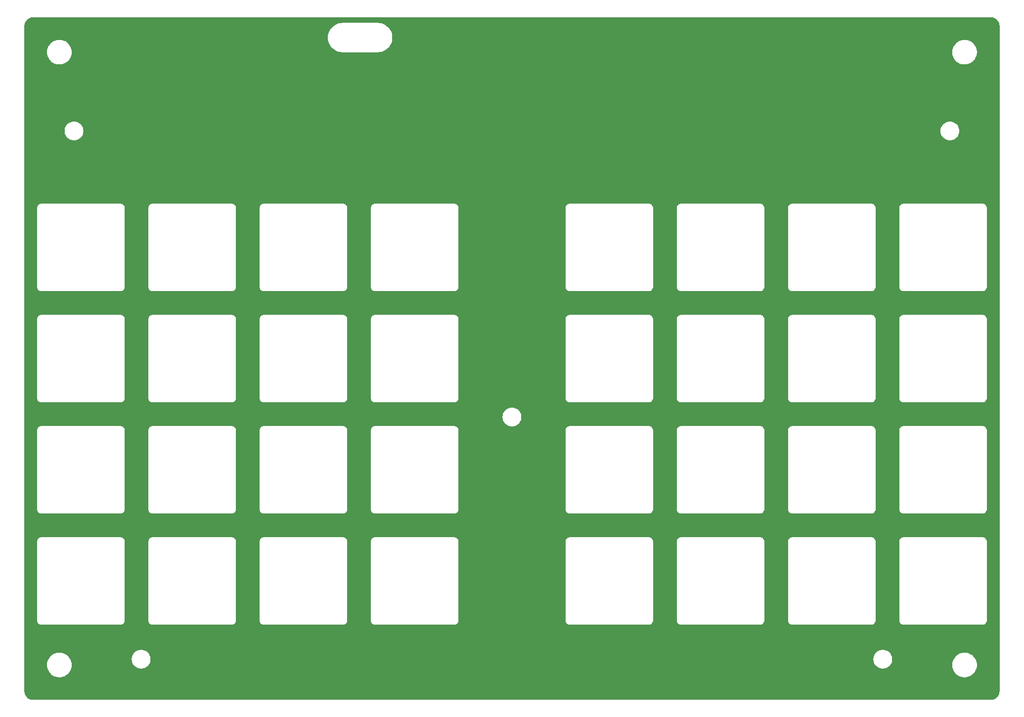
<source format=gbr>
%TF.GenerationSoftware,KiCad,Pcbnew,(6.0.1)*%
%TF.CreationDate,2022-06-19T08:52:03+09:00*%
%TF.ProjectId,yuiop32dm-topplate,7975696f-7033-4326-946d-2d746f70706c,1*%
%TF.SameCoordinates,Original*%
%TF.FileFunction,Copper,L1,Top*%
%TF.FilePolarity,Positive*%
%FSLAX46Y46*%
G04 Gerber Fmt 4.6, Leading zero omitted, Abs format (unit mm)*
G04 Created by KiCad (PCBNEW (6.0.1)) date 2022-06-19 08:52:03*
%MOMM*%
%LPD*%
G01*
G04 APERTURE LIST*
G04 APERTURE END LIST*
%TA.AperFunction,NonConductor*%
G36*
X231970056Y-31509500D02*
G01*
X231972284Y-31509847D01*
X231984859Y-31511805D01*
X231984861Y-31511805D01*
X231993730Y-31513186D01*
X232002632Y-31512022D01*
X232002634Y-31512022D01*
X232008959Y-31511195D01*
X232034282Y-31510452D01*
X232198126Y-31522170D01*
X232203343Y-31522543D01*
X232221137Y-31525101D01*
X232411540Y-31566521D01*
X232428788Y-31571586D01*
X232611358Y-31639682D01*
X232627710Y-31647149D01*
X232693020Y-31682810D01*
X232798734Y-31740534D01*
X232813848Y-31750248D01*
X232923516Y-31832344D01*
X232969842Y-31867023D01*
X232983428Y-31878796D01*
X233121204Y-32016572D01*
X233132977Y-32030158D01*
X233249752Y-32186152D01*
X233259469Y-32201271D01*
X233352851Y-32372290D01*
X233360318Y-32388642D01*
X233428414Y-32571212D01*
X233433480Y-32588462D01*
X233474899Y-32778863D01*
X233477457Y-32796658D01*
X233489041Y-32958629D01*
X233488297Y-32976533D01*
X233488195Y-32984858D01*
X233486814Y-32993730D01*
X233487978Y-33002632D01*
X233487978Y-33002635D01*
X233490936Y-33025251D01*
X233492000Y-33041589D01*
X233492000Y-146950672D01*
X233490500Y-146970056D01*
X233486814Y-146993730D01*
X233487978Y-147002632D01*
X233487978Y-147002634D01*
X233488805Y-147008959D01*
X233489548Y-147034287D01*
X233477457Y-147203343D01*
X233474899Y-147221137D01*
X233433480Y-147411538D01*
X233428414Y-147428788D01*
X233360318Y-147611358D01*
X233352851Y-147627710D01*
X233259469Y-147798729D01*
X233249752Y-147813848D01*
X233192016Y-147890975D01*
X233132977Y-147969842D01*
X233121204Y-147983428D01*
X232983428Y-148121204D01*
X232969841Y-148132977D01*
X232813848Y-148249752D01*
X232798734Y-148259466D01*
X232693020Y-148317190D01*
X232627710Y-148352851D01*
X232611358Y-148360318D01*
X232428788Y-148428414D01*
X232411540Y-148433479D01*
X232248022Y-148469051D01*
X232221137Y-148474899D01*
X232203342Y-148477457D01*
X232154443Y-148480954D01*
X232041369Y-148489041D01*
X232023467Y-148488297D01*
X232015142Y-148488195D01*
X232006270Y-148486814D01*
X231997368Y-148487978D01*
X231997365Y-148487978D01*
X231974749Y-148490936D01*
X231958411Y-148492000D01*
X68049328Y-148492000D01*
X68029943Y-148490500D01*
X68029661Y-148490456D01*
X68027117Y-148490060D01*
X68015141Y-148488195D01*
X68015139Y-148488195D01*
X68006270Y-148486814D01*
X67997368Y-148487978D01*
X67997366Y-148487978D01*
X67991041Y-148488805D01*
X67965718Y-148489548D01*
X67796657Y-148477457D01*
X67778863Y-148474899D01*
X67751978Y-148469051D01*
X67588460Y-148433479D01*
X67571212Y-148428414D01*
X67388642Y-148360318D01*
X67372290Y-148352851D01*
X67306980Y-148317190D01*
X67201266Y-148259466D01*
X67186152Y-148249752D01*
X67030159Y-148132977D01*
X67016572Y-148121204D01*
X66878796Y-147983428D01*
X66867023Y-147969842D01*
X66807984Y-147890975D01*
X66750248Y-147813848D01*
X66740531Y-147798729D01*
X66647149Y-147627710D01*
X66639682Y-147611358D01*
X66571586Y-147428788D01*
X66566520Y-147411538D01*
X66525101Y-147221137D01*
X66522543Y-147203342D01*
X66510959Y-147041371D01*
X66511703Y-147023467D01*
X66511805Y-147015142D01*
X66513186Y-147006270D01*
X66511547Y-146993730D01*
X66509064Y-146974749D01*
X66508000Y-146958411D01*
X66508000Y-142477874D01*
X70387190Y-142477874D01*
X70403735Y-142764820D01*
X70404560Y-142769025D01*
X70404561Y-142769033D01*
X70437129Y-142935030D01*
X70459070Y-143046865D01*
X70460457Y-143050916D01*
X70536206Y-143272161D01*
X70552171Y-143318792D01*
X70681316Y-143575567D01*
X70683742Y-143579096D01*
X70683745Y-143579102D01*
X70722587Y-143635617D01*
X70844114Y-143812439D01*
X71037553Y-144025026D01*
X71040841Y-144027775D01*
X71254761Y-144206641D01*
X71254766Y-144206645D01*
X71258053Y-144209393D01*
X71379794Y-144285761D01*
X71497895Y-144359846D01*
X71497899Y-144359848D01*
X71501535Y-144362129D01*
X71763493Y-144480407D01*
X72039079Y-144562040D01*
X72043313Y-144562688D01*
X72043318Y-144562689D01*
X72294095Y-144601063D01*
X72323195Y-144605516D01*
X72469580Y-144607815D01*
X72606291Y-144609963D01*
X72606297Y-144609963D01*
X72610582Y-144610030D01*
X72895923Y-144575500D01*
X73173937Y-144502565D01*
X73177897Y-144500925D01*
X73177902Y-144500923D01*
X73320911Y-144441686D01*
X73439481Y-144392573D01*
X73687641Y-144247560D01*
X73913823Y-144070210D01*
X74113844Y-143863804D01*
X74116377Y-143860356D01*
X74116381Y-143860351D01*
X74281464Y-143635617D01*
X74284002Y-143632162D01*
X74421149Y-143379571D01*
X74471947Y-143245137D01*
X74521227Y-143114721D01*
X74521228Y-143114718D01*
X74522745Y-143110703D01*
X74586912Y-142830534D01*
X74593661Y-142754922D01*
X74612243Y-142546715D01*
X74612463Y-142544250D01*
X74612926Y-142500000D01*
X74612757Y-142497519D01*
X74593669Y-142217520D01*
X74593668Y-142217514D01*
X74593377Y-142213243D01*
X74588841Y-142191337D01*
X74535962Y-141935998D01*
X74535091Y-141931792D01*
X74527556Y-141910512D01*
X74440579Y-141664897D01*
X74439148Y-141660856D01*
X74356124Y-141500000D01*
X84886526Y-141500000D01*
X84906391Y-141752403D01*
X84907545Y-141757210D01*
X84907546Y-141757216D01*
X84943087Y-141905254D01*
X84965495Y-141998591D01*
X84967388Y-142003162D01*
X84967389Y-142003164D01*
X85054407Y-142213243D01*
X85062384Y-142232502D01*
X85194672Y-142448376D01*
X85359102Y-142640898D01*
X85551624Y-142805328D01*
X85767498Y-142937616D01*
X85772068Y-142939509D01*
X85772072Y-142939511D01*
X85996836Y-143032611D01*
X86001409Y-143034505D01*
X86086032Y-143054821D01*
X86242784Y-143092454D01*
X86242790Y-143092455D01*
X86247597Y-143093609D01*
X86347416Y-143101465D01*
X86434345Y-143108307D01*
X86434352Y-143108307D01*
X86436801Y-143108500D01*
X86563199Y-143108500D01*
X86565648Y-143108307D01*
X86565655Y-143108307D01*
X86652584Y-143101465D01*
X86752403Y-143093609D01*
X86757210Y-143092455D01*
X86757216Y-143092454D01*
X86913968Y-143054821D01*
X86998591Y-143034505D01*
X87003164Y-143032611D01*
X87227928Y-142939511D01*
X87227932Y-142939509D01*
X87232502Y-142937616D01*
X87448376Y-142805328D01*
X87640898Y-142640898D01*
X87805328Y-142448376D01*
X87937616Y-142232502D01*
X87945594Y-142213243D01*
X88032611Y-142003164D01*
X88032612Y-142003162D01*
X88034505Y-141998591D01*
X88056913Y-141905254D01*
X88092454Y-141757216D01*
X88092455Y-141757210D01*
X88093609Y-141752403D01*
X88113474Y-141500000D01*
X211886526Y-141500000D01*
X211906391Y-141752403D01*
X211907545Y-141757210D01*
X211907546Y-141757216D01*
X211943087Y-141905254D01*
X211965495Y-141998591D01*
X211967388Y-142003162D01*
X211967389Y-142003164D01*
X212054407Y-142213243D01*
X212062384Y-142232502D01*
X212194672Y-142448376D01*
X212359102Y-142640898D01*
X212551624Y-142805328D01*
X212767498Y-142937616D01*
X212772068Y-142939509D01*
X212772072Y-142939511D01*
X212996836Y-143032611D01*
X213001409Y-143034505D01*
X213086032Y-143054821D01*
X213242784Y-143092454D01*
X213242790Y-143092455D01*
X213247597Y-143093609D01*
X213347416Y-143101465D01*
X213434345Y-143108307D01*
X213434352Y-143108307D01*
X213436801Y-143108500D01*
X213563199Y-143108500D01*
X213565648Y-143108307D01*
X213565655Y-143108307D01*
X213652584Y-143101465D01*
X213752403Y-143093609D01*
X213757210Y-143092455D01*
X213757216Y-143092454D01*
X213913968Y-143054821D01*
X213998591Y-143034505D01*
X214003164Y-143032611D01*
X214227928Y-142939511D01*
X214227932Y-142939509D01*
X214232502Y-142937616D01*
X214448376Y-142805328D01*
X214640898Y-142640898D01*
X214780134Y-142477874D01*
X225387190Y-142477874D01*
X225403735Y-142764820D01*
X225404560Y-142769025D01*
X225404561Y-142769033D01*
X225437129Y-142935030D01*
X225459070Y-143046865D01*
X225460457Y-143050916D01*
X225536206Y-143272161D01*
X225552171Y-143318792D01*
X225681316Y-143575567D01*
X225683742Y-143579096D01*
X225683745Y-143579102D01*
X225722587Y-143635617D01*
X225844114Y-143812439D01*
X226037553Y-144025026D01*
X226040841Y-144027775D01*
X226254761Y-144206641D01*
X226254766Y-144206645D01*
X226258053Y-144209393D01*
X226379794Y-144285761D01*
X226497895Y-144359846D01*
X226497899Y-144359848D01*
X226501535Y-144362129D01*
X226763493Y-144480407D01*
X227039079Y-144562040D01*
X227043313Y-144562688D01*
X227043318Y-144562689D01*
X227294095Y-144601063D01*
X227323195Y-144605516D01*
X227469580Y-144607815D01*
X227606291Y-144609963D01*
X227606297Y-144609963D01*
X227610582Y-144610030D01*
X227895923Y-144575500D01*
X228173937Y-144502565D01*
X228177897Y-144500925D01*
X228177902Y-144500923D01*
X228320911Y-144441686D01*
X228439481Y-144392573D01*
X228687641Y-144247560D01*
X228913823Y-144070210D01*
X229113844Y-143863804D01*
X229116377Y-143860356D01*
X229116381Y-143860351D01*
X229281464Y-143635617D01*
X229284002Y-143632162D01*
X229421149Y-143379571D01*
X229471947Y-143245137D01*
X229521227Y-143114721D01*
X229521228Y-143114718D01*
X229522745Y-143110703D01*
X229586912Y-142830534D01*
X229593661Y-142754922D01*
X229612243Y-142546715D01*
X229612463Y-142544250D01*
X229612926Y-142500000D01*
X229612757Y-142497519D01*
X229593669Y-142217520D01*
X229593668Y-142217514D01*
X229593377Y-142213243D01*
X229588841Y-142191337D01*
X229535962Y-141935998D01*
X229535091Y-141931792D01*
X229527556Y-141910512D01*
X229440579Y-141664897D01*
X229439148Y-141660856D01*
X229307321Y-141405447D01*
X229142052Y-141170293D01*
X228989587Y-141006221D01*
X228949318Y-140962886D01*
X228949315Y-140962883D01*
X228946397Y-140959743D01*
X228723978Y-140777695D01*
X228478910Y-140627517D01*
X228474993Y-140625798D01*
X228474990Y-140625796D01*
X228358678Y-140574739D01*
X228215728Y-140511989D01*
X228211600Y-140510813D01*
X228211597Y-140510812D01*
X228125693Y-140486342D01*
X227939302Y-140433247D01*
X227935060Y-140432643D01*
X227935054Y-140432642D01*
X227658998Y-140393353D01*
X227654747Y-140392748D01*
X227503246Y-140391955D01*
X227371614Y-140391265D01*
X227371608Y-140391265D01*
X227367328Y-140391243D01*
X227363083Y-140391802D01*
X227363081Y-140391802D01*
X227297784Y-140400399D01*
X227082365Y-140428760D01*
X226805129Y-140504603D01*
X226540752Y-140617369D01*
X226537071Y-140619572D01*
X226297806Y-140762768D01*
X226297802Y-140762771D01*
X226294124Y-140764972D01*
X226290781Y-140767650D01*
X226290777Y-140767653D01*
X226278243Y-140777695D01*
X226069811Y-140944681D01*
X225871963Y-141153170D01*
X225704240Y-141386581D01*
X225569746Y-141640596D01*
X225470971Y-141910512D01*
X225409741Y-142191337D01*
X225387698Y-142471415D01*
X225387190Y-142477874D01*
X214780134Y-142477874D01*
X214805328Y-142448376D01*
X214937616Y-142232502D01*
X214945594Y-142213243D01*
X215032611Y-142003164D01*
X215032612Y-142003162D01*
X215034505Y-141998591D01*
X215056913Y-141905254D01*
X215092454Y-141757216D01*
X215092455Y-141757210D01*
X215093609Y-141752403D01*
X215113474Y-141500000D01*
X215093609Y-141247597D01*
X215034505Y-141001409D01*
X215018548Y-140962886D01*
X214939511Y-140772072D01*
X214939509Y-140772068D01*
X214937616Y-140767498D01*
X214805328Y-140551624D01*
X214640898Y-140359102D01*
X214448376Y-140194672D01*
X214232502Y-140062384D01*
X214227932Y-140060491D01*
X214227928Y-140060489D01*
X214003164Y-139967389D01*
X214003162Y-139967388D01*
X213998591Y-139965495D01*
X213913968Y-139945179D01*
X213757216Y-139907546D01*
X213757210Y-139907545D01*
X213752403Y-139906391D01*
X213652584Y-139898535D01*
X213565655Y-139891693D01*
X213565648Y-139891693D01*
X213563199Y-139891500D01*
X213436801Y-139891500D01*
X213434352Y-139891693D01*
X213434345Y-139891693D01*
X213347416Y-139898535D01*
X213247597Y-139906391D01*
X213242790Y-139907545D01*
X213242784Y-139907546D01*
X213086032Y-139945179D01*
X213001409Y-139965495D01*
X212996838Y-139967388D01*
X212996836Y-139967389D01*
X212772072Y-140060489D01*
X212772068Y-140060491D01*
X212767498Y-140062384D01*
X212551624Y-140194672D01*
X212359102Y-140359102D01*
X212194672Y-140551624D01*
X212062384Y-140767498D01*
X212060491Y-140772068D01*
X212060489Y-140772072D01*
X211981452Y-140962886D01*
X211965495Y-141001409D01*
X211906391Y-141247597D01*
X211886526Y-141500000D01*
X88113474Y-141500000D01*
X88093609Y-141247597D01*
X88034505Y-141001409D01*
X88018548Y-140962886D01*
X87939511Y-140772072D01*
X87939509Y-140772068D01*
X87937616Y-140767498D01*
X87805328Y-140551624D01*
X87640898Y-140359102D01*
X87448376Y-140194672D01*
X87232502Y-140062384D01*
X87227932Y-140060491D01*
X87227928Y-140060489D01*
X87003164Y-139967389D01*
X87003162Y-139967388D01*
X86998591Y-139965495D01*
X86913968Y-139945179D01*
X86757216Y-139907546D01*
X86757210Y-139907545D01*
X86752403Y-139906391D01*
X86652584Y-139898535D01*
X86565655Y-139891693D01*
X86565648Y-139891693D01*
X86563199Y-139891500D01*
X86436801Y-139891500D01*
X86434352Y-139891693D01*
X86434345Y-139891693D01*
X86347416Y-139898535D01*
X86247597Y-139906391D01*
X86242790Y-139907545D01*
X86242784Y-139907546D01*
X86086032Y-139945179D01*
X86001409Y-139965495D01*
X85996838Y-139967388D01*
X85996836Y-139967389D01*
X85772072Y-140060489D01*
X85772068Y-140060491D01*
X85767498Y-140062384D01*
X85551624Y-140194672D01*
X85359102Y-140359102D01*
X85194672Y-140551624D01*
X85062384Y-140767498D01*
X85060491Y-140772068D01*
X85060489Y-140772072D01*
X84981452Y-140962886D01*
X84965495Y-141001409D01*
X84906391Y-141247597D01*
X84886526Y-141500000D01*
X74356124Y-141500000D01*
X74307321Y-141405447D01*
X74142052Y-141170293D01*
X73989587Y-141006221D01*
X73949318Y-140962886D01*
X73949315Y-140962883D01*
X73946397Y-140959743D01*
X73723978Y-140777695D01*
X73478910Y-140627517D01*
X73474993Y-140625798D01*
X73474990Y-140625796D01*
X73358678Y-140574739D01*
X73215728Y-140511989D01*
X73211600Y-140510813D01*
X73211597Y-140510812D01*
X73125693Y-140486342D01*
X72939302Y-140433247D01*
X72935060Y-140432643D01*
X72935054Y-140432642D01*
X72658998Y-140393353D01*
X72654747Y-140392748D01*
X72503246Y-140391955D01*
X72371614Y-140391265D01*
X72371608Y-140391265D01*
X72367328Y-140391243D01*
X72363083Y-140391802D01*
X72363081Y-140391802D01*
X72297784Y-140400399D01*
X72082365Y-140428760D01*
X71805129Y-140504603D01*
X71540752Y-140617369D01*
X71537071Y-140619572D01*
X71297806Y-140762768D01*
X71297802Y-140762771D01*
X71294124Y-140764972D01*
X71290781Y-140767650D01*
X71290777Y-140767653D01*
X71278243Y-140777695D01*
X71069811Y-140944681D01*
X70871963Y-141153170D01*
X70704240Y-141386581D01*
X70569746Y-141640596D01*
X70470971Y-141910512D01*
X70409741Y-142191337D01*
X70387698Y-142471415D01*
X70387190Y-142477874D01*
X66508000Y-142477874D01*
X66508000Y-134793730D01*
X68668064Y-134793730D01*
X68669228Y-134802631D01*
X68669228Y-134802637D01*
X68670472Y-134812147D01*
X68670929Y-134816133D01*
X68684941Y-134958396D01*
X68731143Y-135110705D01*
X68806172Y-135251073D01*
X68907143Y-135374107D01*
X69030177Y-135475078D01*
X69170545Y-135550107D01*
X69176465Y-135551903D01*
X69176468Y-135551904D01*
X69316932Y-135594513D01*
X69316936Y-135594514D01*
X69322854Y-135596309D01*
X69329017Y-135596916D01*
X69430051Y-135606867D01*
X69438606Y-135608006D01*
X69463918Y-135612265D01*
X69463923Y-135612265D01*
X69468711Y-135613071D01*
X69475010Y-135613148D01*
X69476391Y-135613165D01*
X69476395Y-135613165D01*
X69481250Y-135613224D01*
X69508838Y-135609273D01*
X69526701Y-135608000D01*
X82828043Y-135608000D01*
X82848947Y-135609746D01*
X82868711Y-135613071D01*
X82874901Y-135613147D01*
X82876386Y-135613165D01*
X82876391Y-135613165D01*
X82881250Y-135613224D01*
X82886064Y-135612535D01*
X82886073Y-135612534D01*
X82907899Y-135609408D01*
X82913400Y-135608744D01*
X83039646Y-135596309D01*
X83045570Y-135594512D01*
X83186032Y-135551904D01*
X83186035Y-135551903D01*
X83191955Y-135550107D01*
X83332323Y-135475078D01*
X83455357Y-135374107D01*
X83556328Y-135251073D01*
X83631357Y-135110705D01*
X83677559Y-134958396D01*
X83688117Y-134851199D01*
X83689256Y-134842644D01*
X83693515Y-134817332D01*
X83693515Y-134817327D01*
X83694321Y-134812539D01*
X83694474Y-134800000D01*
X83693576Y-134793730D01*
X87718064Y-134793730D01*
X87719228Y-134802631D01*
X87719228Y-134802637D01*
X87720472Y-134812147D01*
X87720929Y-134816133D01*
X87734941Y-134958396D01*
X87781143Y-135110705D01*
X87856172Y-135251073D01*
X87957143Y-135374107D01*
X88080177Y-135475078D01*
X88220545Y-135550107D01*
X88226465Y-135551903D01*
X88226468Y-135551904D01*
X88366932Y-135594513D01*
X88366936Y-135594514D01*
X88372854Y-135596309D01*
X88379017Y-135596916D01*
X88480051Y-135606867D01*
X88488606Y-135608006D01*
X88513918Y-135612265D01*
X88513923Y-135612265D01*
X88518711Y-135613071D01*
X88525010Y-135613148D01*
X88526391Y-135613165D01*
X88526395Y-135613165D01*
X88531250Y-135613224D01*
X88558838Y-135609273D01*
X88576701Y-135608000D01*
X101878043Y-135608000D01*
X101898947Y-135609746D01*
X101918711Y-135613071D01*
X101924901Y-135613147D01*
X101926386Y-135613165D01*
X101926391Y-135613165D01*
X101931250Y-135613224D01*
X101936064Y-135612535D01*
X101936073Y-135612534D01*
X101957899Y-135609408D01*
X101963400Y-135608744D01*
X102089646Y-135596309D01*
X102095570Y-135594512D01*
X102236032Y-135551904D01*
X102236035Y-135551903D01*
X102241955Y-135550107D01*
X102382323Y-135475078D01*
X102505357Y-135374107D01*
X102606328Y-135251073D01*
X102681357Y-135110705D01*
X102727559Y-134958396D01*
X102738117Y-134851199D01*
X102739256Y-134842644D01*
X102743515Y-134817332D01*
X102743515Y-134817327D01*
X102744321Y-134812539D01*
X102744474Y-134800000D01*
X102743576Y-134793730D01*
X106768064Y-134793730D01*
X106769228Y-134802631D01*
X106769228Y-134802637D01*
X106770472Y-134812147D01*
X106770929Y-134816133D01*
X106784941Y-134958396D01*
X106831143Y-135110705D01*
X106906172Y-135251073D01*
X107007143Y-135374107D01*
X107130177Y-135475078D01*
X107270545Y-135550107D01*
X107276465Y-135551903D01*
X107276468Y-135551904D01*
X107416932Y-135594513D01*
X107416936Y-135594514D01*
X107422854Y-135596309D01*
X107429017Y-135596916D01*
X107530051Y-135606867D01*
X107538606Y-135608006D01*
X107563918Y-135612265D01*
X107563923Y-135612265D01*
X107568711Y-135613071D01*
X107575010Y-135613148D01*
X107576391Y-135613165D01*
X107576395Y-135613165D01*
X107581250Y-135613224D01*
X107608838Y-135609273D01*
X107626701Y-135608000D01*
X120928043Y-135608000D01*
X120948947Y-135609746D01*
X120968711Y-135613071D01*
X120974901Y-135613147D01*
X120976386Y-135613165D01*
X120976391Y-135613165D01*
X120981250Y-135613224D01*
X120986064Y-135612535D01*
X120986073Y-135612534D01*
X121007899Y-135609408D01*
X121013400Y-135608744D01*
X121139646Y-135596309D01*
X121145570Y-135594512D01*
X121286032Y-135551904D01*
X121286035Y-135551903D01*
X121291955Y-135550107D01*
X121432323Y-135475078D01*
X121555357Y-135374107D01*
X121656328Y-135251073D01*
X121731357Y-135110705D01*
X121777559Y-134958396D01*
X121788117Y-134851199D01*
X121789256Y-134842644D01*
X121793515Y-134817332D01*
X121793515Y-134817327D01*
X121794321Y-134812539D01*
X121794474Y-134800000D01*
X121793576Y-134793730D01*
X125818064Y-134793730D01*
X125819228Y-134802631D01*
X125819228Y-134802637D01*
X125820472Y-134812147D01*
X125820929Y-134816133D01*
X125834941Y-134958396D01*
X125881143Y-135110705D01*
X125956172Y-135251073D01*
X126057143Y-135374107D01*
X126180177Y-135475078D01*
X126320545Y-135550107D01*
X126326465Y-135551903D01*
X126326468Y-135551904D01*
X126466932Y-135594513D01*
X126466936Y-135594514D01*
X126472854Y-135596309D01*
X126479017Y-135596916D01*
X126580051Y-135606867D01*
X126588606Y-135608006D01*
X126613918Y-135612265D01*
X126613923Y-135612265D01*
X126618711Y-135613071D01*
X126625010Y-135613148D01*
X126626391Y-135613165D01*
X126626395Y-135613165D01*
X126631250Y-135613224D01*
X126658838Y-135609273D01*
X126676701Y-135608000D01*
X139978043Y-135608000D01*
X139998947Y-135609746D01*
X140018711Y-135613071D01*
X140024901Y-135613147D01*
X140026386Y-135613165D01*
X140026391Y-135613165D01*
X140031250Y-135613224D01*
X140036064Y-135612535D01*
X140036073Y-135612534D01*
X140057899Y-135609408D01*
X140063400Y-135608744D01*
X140189646Y-135596309D01*
X140195570Y-135594512D01*
X140336032Y-135551904D01*
X140336035Y-135551903D01*
X140341955Y-135550107D01*
X140482323Y-135475078D01*
X140605357Y-135374107D01*
X140706328Y-135251073D01*
X140781357Y-135110705D01*
X140827559Y-134958396D01*
X140838117Y-134851199D01*
X140839256Y-134842644D01*
X140843515Y-134817332D01*
X140843515Y-134817327D01*
X140844321Y-134812539D01*
X140844474Y-134800000D01*
X140843576Y-134793730D01*
X159155564Y-134793730D01*
X159156728Y-134802631D01*
X159156728Y-134802637D01*
X159157972Y-134812147D01*
X159158429Y-134816133D01*
X159172441Y-134958396D01*
X159218643Y-135110705D01*
X159293672Y-135251073D01*
X159394643Y-135374107D01*
X159517677Y-135475078D01*
X159658045Y-135550107D01*
X159663965Y-135551903D01*
X159663968Y-135551904D01*
X159804432Y-135594513D01*
X159804436Y-135594514D01*
X159810354Y-135596309D01*
X159816517Y-135596916D01*
X159917551Y-135606867D01*
X159926106Y-135608006D01*
X159951418Y-135612265D01*
X159951423Y-135612265D01*
X159956211Y-135613071D01*
X159962510Y-135613148D01*
X159963891Y-135613165D01*
X159963895Y-135613165D01*
X159968750Y-135613224D01*
X159996338Y-135609273D01*
X160014201Y-135608000D01*
X173315543Y-135608000D01*
X173336447Y-135609746D01*
X173356211Y-135613071D01*
X173362401Y-135613147D01*
X173363886Y-135613165D01*
X173363891Y-135613165D01*
X173368750Y-135613224D01*
X173373564Y-135612535D01*
X173373573Y-135612534D01*
X173395399Y-135609408D01*
X173400900Y-135608744D01*
X173527146Y-135596309D01*
X173533070Y-135594512D01*
X173673532Y-135551904D01*
X173673535Y-135551903D01*
X173679455Y-135550107D01*
X173819823Y-135475078D01*
X173942857Y-135374107D01*
X174043828Y-135251073D01*
X174118857Y-135110705D01*
X174165059Y-134958396D01*
X174175617Y-134851199D01*
X174176756Y-134842644D01*
X174181015Y-134817332D01*
X174181015Y-134817327D01*
X174181821Y-134812539D01*
X174181974Y-134800000D01*
X174181076Y-134793730D01*
X178205564Y-134793730D01*
X178206728Y-134802631D01*
X178206728Y-134802637D01*
X178207972Y-134812147D01*
X178208429Y-134816133D01*
X178222441Y-134958396D01*
X178268643Y-135110705D01*
X178343672Y-135251073D01*
X178444643Y-135374107D01*
X178567677Y-135475078D01*
X178708045Y-135550107D01*
X178713965Y-135551903D01*
X178713968Y-135551904D01*
X178854432Y-135594513D01*
X178854436Y-135594514D01*
X178860354Y-135596309D01*
X178866517Y-135596916D01*
X178967551Y-135606867D01*
X178976106Y-135608006D01*
X179001418Y-135612265D01*
X179001423Y-135612265D01*
X179006211Y-135613071D01*
X179012510Y-135613148D01*
X179013891Y-135613165D01*
X179013895Y-135613165D01*
X179018750Y-135613224D01*
X179046338Y-135609273D01*
X179064201Y-135608000D01*
X192365543Y-135608000D01*
X192386447Y-135609746D01*
X192406211Y-135613071D01*
X192412401Y-135613147D01*
X192413886Y-135613165D01*
X192413891Y-135613165D01*
X192418750Y-135613224D01*
X192423564Y-135612535D01*
X192423573Y-135612534D01*
X192445399Y-135609408D01*
X192450900Y-135608744D01*
X192577146Y-135596309D01*
X192583070Y-135594512D01*
X192723532Y-135551904D01*
X192723535Y-135551903D01*
X192729455Y-135550107D01*
X192869823Y-135475078D01*
X192992857Y-135374107D01*
X193093828Y-135251073D01*
X193168857Y-135110705D01*
X193215059Y-134958396D01*
X193225617Y-134851199D01*
X193226756Y-134842644D01*
X193231015Y-134817332D01*
X193231015Y-134817327D01*
X193231821Y-134812539D01*
X193231974Y-134800000D01*
X193231076Y-134793730D01*
X197255564Y-134793730D01*
X197256728Y-134802631D01*
X197256728Y-134802637D01*
X197257972Y-134812147D01*
X197258429Y-134816133D01*
X197272441Y-134958396D01*
X197318643Y-135110705D01*
X197393672Y-135251073D01*
X197494643Y-135374107D01*
X197617677Y-135475078D01*
X197758045Y-135550107D01*
X197763965Y-135551903D01*
X197763968Y-135551904D01*
X197904432Y-135594513D01*
X197904436Y-135594514D01*
X197910354Y-135596309D01*
X197916517Y-135596916D01*
X198017551Y-135606867D01*
X198026106Y-135608006D01*
X198051418Y-135612265D01*
X198051423Y-135612265D01*
X198056211Y-135613071D01*
X198062510Y-135613148D01*
X198063891Y-135613165D01*
X198063895Y-135613165D01*
X198068750Y-135613224D01*
X198096338Y-135609273D01*
X198114201Y-135608000D01*
X211415543Y-135608000D01*
X211436447Y-135609746D01*
X211456211Y-135613071D01*
X211462401Y-135613147D01*
X211463886Y-135613165D01*
X211463891Y-135613165D01*
X211468750Y-135613224D01*
X211473564Y-135612535D01*
X211473573Y-135612534D01*
X211495399Y-135609408D01*
X211500900Y-135608744D01*
X211627146Y-135596309D01*
X211633070Y-135594512D01*
X211773532Y-135551904D01*
X211773535Y-135551903D01*
X211779455Y-135550107D01*
X211919823Y-135475078D01*
X212042857Y-135374107D01*
X212143828Y-135251073D01*
X212218857Y-135110705D01*
X212265059Y-134958396D01*
X212275617Y-134851199D01*
X212276756Y-134842644D01*
X212281015Y-134817332D01*
X212281015Y-134817327D01*
X212281821Y-134812539D01*
X212281974Y-134800000D01*
X212281076Y-134793730D01*
X216305564Y-134793730D01*
X216306728Y-134802631D01*
X216306728Y-134802637D01*
X216307972Y-134812147D01*
X216308429Y-134816133D01*
X216322441Y-134958396D01*
X216368643Y-135110705D01*
X216443672Y-135251073D01*
X216544643Y-135374107D01*
X216667677Y-135475078D01*
X216808045Y-135550107D01*
X216813965Y-135551903D01*
X216813968Y-135551904D01*
X216954432Y-135594513D01*
X216954436Y-135594514D01*
X216960354Y-135596309D01*
X216966517Y-135596916D01*
X217067551Y-135606867D01*
X217076106Y-135608006D01*
X217101418Y-135612265D01*
X217101423Y-135612265D01*
X217106211Y-135613071D01*
X217112510Y-135613148D01*
X217113891Y-135613165D01*
X217113895Y-135613165D01*
X217118750Y-135613224D01*
X217146338Y-135609273D01*
X217164201Y-135608000D01*
X230465543Y-135608000D01*
X230486447Y-135609746D01*
X230506211Y-135613071D01*
X230512401Y-135613147D01*
X230513886Y-135613165D01*
X230513891Y-135613165D01*
X230518750Y-135613224D01*
X230523564Y-135612535D01*
X230523573Y-135612534D01*
X230545399Y-135609408D01*
X230550900Y-135608744D01*
X230677146Y-135596309D01*
X230683070Y-135594512D01*
X230823532Y-135551904D01*
X230823535Y-135551903D01*
X230829455Y-135550107D01*
X230969823Y-135475078D01*
X231092857Y-135374107D01*
X231193828Y-135251073D01*
X231268857Y-135110705D01*
X231315059Y-134958396D01*
X231325617Y-134851199D01*
X231326756Y-134842644D01*
X231331015Y-134817332D01*
X231331015Y-134817327D01*
X231331821Y-134812539D01*
X231331974Y-134800000D01*
X231328023Y-134772412D01*
X231326750Y-134754549D01*
X231326750Y-121453207D01*
X231328496Y-121432303D01*
X231331014Y-121417335D01*
X231331821Y-121412539D01*
X231331974Y-121400000D01*
X231331285Y-121395186D01*
X231331284Y-121395177D01*
X231328158Y-121373351D01*
X231327492Y-121367837D01*
X231326434Y-121357090D01*
X231315059Y-121241604D01*
X231268857Y-121089295D01*
X231193828Y-120948927D01*
X231092857Y-120825893D01*
X230969823Y-120724922D01*
X230829455Y-120649893D01*
X230823535Y-120648097D01*
X230823532Y-120648096D01*
X230683068Y-120605487D01*
X230683064Y-120605486D01*
X230677146Y-120603691D01*
X230670983Y-120603084D01*
X230569949Y-120593133D01*
X230561394Y-120591994D01*
X230536082Y-120587735D01*
X230536077Y-120587735D01*
X230531289Y-120586929D01*
X230524990Y-120586852D01*
X230523609Y-120586835D01*
X230523605Y-120586835D01*
X230518750Y-120586776D01*
X230491162Y-120590727D01*
X230473299Y-120592000D01*
X217171957Y-120592000D01*
X217151053Y-120590254D01*
X217147887Y-120589721D01*
X217131289Y-120586929D01*
X217125099Y-120586853D01*
X217123614Y-120586835D01*
X217123609Y-120586835D01*
X217118750Y-120586776D01*
X217113936Y-120587465D01*
X217113927Y-120587466D01*
X217092101Y-120590592D01*
X217086600Y-120591256D01*
X216960354Y-120603691D01*
X216954430Y-120605488D01*
X216813968Y-120648096D01*
X216813965Y-120648097D01*
X216808045Y-120649893D01*
X216667677Y-120724922D01*
X216544643Y-120825893D01*
X216443672Y-120948927D01*
X216368643Y-121089295D01*
X216322441Y-121241604D01*
X216321834Y-121247767D01*
X216311067Y-121357090D01*
X216310176Y-121364109D01*
X216305564Y-121393730D01*
X216306728Y-121402632D01*
X216306728Y-121402635D01*
X216309686Y-121425251D01*
X216310750Y-121441589D01*
X216310750Y-134750672D01*
X216309250Y-134770056D01*
X216305564Y-134793730D01*
X212281076Y-134793730D01*
X212278023Y-134772412D01*
X212276750Y-134754549D01*
X212276750Y-121453207D01*
X212278496Y-121432303D01*
X212281014Y-121417335D01*
X212281821Y-121412539D01*
X212281974Y-121400000D01*
X212281285Y-121395186D01*
X212281284Y-121395177D01*
X212278158Y-121373351D01*
X212277492Y-121367837D01*
X212276434Y-121357090D01*
X212265059Y-121241604D01*
X212218857Y-121089295D01*
X212143828Y-120948927D01*
X212042857Y-120825893D01*
X211919823Y-120724922D01*
X211779455Y-120649893D01*
X211773535Y-120648097D01*
X211773532Y-120648096D01*
X211633068Y-120605487D01*
X211633064Y-120605486D01*
X211627146Y-120603691D01*
X211620983Y-120603084D01*
X211519949Y-120593133D01*
X211511394Y-120591994D01*
X211486082Y-120587735D01*
X211486077Y-120587735D01*
X211481289Y-120586929D01*
X211474990Y-120586852D01*
X211473609Y-120586835D01*
X211473605Y-120586835D01*
X211468750Y-120586776D01*
X211441162Y-120590727D01*
X211423299Y-120592000D01*
X198121957Y-120592000D01*
X198101053Y-120590254D01*
X198097887Y-120589721D01*
X198081289Y-120586929D01*
X198075099Y-120586853D01*
X198073614Y-120586835D01*
X198073609Y-120586835D01*
X198068750Y-120586776D01*
X198063936Y-120587465D01*
X198063927Y-120587466D01*
X198042101Y-120590592D01*
X198036600Y-120591256D01*
X197910354Y-120603691D01*
X197904430Y-120605488D01*
X197763968Y-120648096D01*
X197763965Y-120648097D01*
X197758045Y-120649893D01*
X197617677Y-120724922D01*
X197494643Y-120825893D01*
X197393672Y-120948927D01*
X197318643Y-121089295D01*
X197272441Y-121241604D01*
X197271834Y-121247767D01*
X197261067Y-121357090D01*
X197260176Y-121364109D01*
X197255564Y-121393730D01*
X197256728Y-121402632D01*
X197256728Y-121402635D01*
X197259686Y-121425251D01*
X197260750Y-121441589D01*
X197260750Y-134750672D01*
X197259250Y-134770056D01*
X197255564Y-134793730D01*
X193231076Y-134793730D01*
X193228023Y-134772412D01*
X193226750Y-134754549D01*
X193226750Y-121453207D01*
X193228496Y-121432303D01*
X193231014Y-121417335D01*
X193231821Y-121412539D01*
X193231974Y-121400000D01*
X193231285Y-121395186D01*
X193231284Y-121395177D01*
X193228158Y-121373351D01*
X193227492Y-121367837D01*
X193226434Y-121357090D01*
X193215059Y-121241604D01*
X193168857Y-121089295D01*
X193093828Y-120948927D01*
X192992857Y-120825893D01*
X192869823Y-120724922D01*
X192729455Y-120649893D01*
X192723535Y-120648097D01*
X192723532Y-120648096D01*
X192583068Y-120605487D01*
X192583064Y-120605486D01*
X192577146Y-120603691D01*
X192570983Y-120603084D01*
X192469949Y-120593133D01*
X192461394Y-120591994D01*
X192436082Y-120587735D01*
X192436077Y-120587735D01*
X192431289Y-120586929D01*
X192424990Y-120586852D01*
X192423609Y-120586835D01*
X192423605Y-120586835D01*
X192418750Y-120586776D01*
X192391162Y-120590727D01*
X192373299Y-120592000D01*
X179071957Y-120592000D01*
X179051053Y-120590254D01*
X179047887Y-120589721D01*
X179031289Y-120586929D01*
X179025099Y-120586853D01*
X179023614Y-120586835D01*
X179023609Y-120586835D01*
X179018750Y-120586776D01*
X179013936Y-120587465D01*
X179013927Y-120587466D01*
X178992101Y-120590592D01*
X178986600Y-120591256D01*
X178860354Y-120603691D01*
X178854430Y-120605488D01*
X178713968Y-120648096D01*
X178713965Y-120648097D01*
X178708045Y-120649893D01*
X178567677Y-120724922D01*
X178444643Y-120825893D01*
X178343672Y-120948927D01*
X178268643Y-121089295D01*
X178222441Y-121241604D01*
X178221834Y-121247767D01*
X178211067Y-121357090D01*
X178210176Y-121364109D01*
X178205564Y-121393730D01*
X178206728Y-121402632D01*
X178206728Y-121402635D01*
X178209686Y-121425251D01*
X178210750Y-121441589D01*
X178210750Y-134750672D01*
X178209250Y-134770056D01*
X178205564Y-134793730D01*
X174181076Y-134793730D01*
X174178023Y-134772412D01*
X174176750Y-134754549D01*
X174176750Y-121453207D01*
X174178496Y-121432303D01*
X174181014Y-121417335D01*
X174181821Y-121412539D01*
X174181974Y-121400000D01*
X174181285Y-121395186D01*
X174181284Y-121395177D01*
X174178158Y-121373351D01*
X174177492Y-121367837D01*
X174176434Y-121357090D01*
X174165059Y-121241604D01*
X174118857Y-121089295D01*
X174043828Y-120948927D01*
X173942857Y-120825893D01*
X173819823Y-120724922D01*
X173679455Y-120649893D01*
X173673535Y-120648097D01*
X173673532Y-120648096D01*
X173533068Y-120605487D01*
X173533064Y-120605486D01*
X173527146Y-120603691D01*
X173520983Y-120603084D01*
X173419949Y-120593133D01*
X173411394Y-120591994D01*
X173386082Y-120587735D01*
X173386077Y-120587735D01*
X173381289Y-120586929D01*
X173374990Y-120586852D01*
X173373609Y-120586835D01*
X173373605Y-120586835D01*
X173368750Y-120586776D01*
X173341162Y-120590727D01*
X173323299Y-120592000D01*
X160021957Y-120592000D01*
X160001053Y-120590254D01*
X159997887Y-120589721D01*
X159981289Y-120586929D01*
X159975099Y-120586853D01*
X159973614Y-120586835D01*
X159973609Y-120586835D01*
X159968750Y-120586776D01*
X159963936Y-120587465D01*
X159963927Y-120587466D01*
X159942101Y-120590592D01*
X159936600Y-120591256D01*
X159810354Y-120603691D01*
X159804430Y-120605488D01*
X159663968Y-120648096D01*
X159663965Y-120648097D01*
X159658045Y-120649893D01*
X159517677Y-120724922D01*
X159394643Y-120825893D01*
X159293672Y-120948927D01*
X159218643Y-121089295D01*
X159172441Y-121241604D01*
X159171834Y-121247767D01*
X159161067Y-121357090D01*
X159160176Y-121364109D01*
X159155564Y-121393730D01*
X159156728Y-121402632D01*
X159156728Y-121402635D01*
X159159686Y-121425251D01*
X159160750Y-121441589D01*
X159160750Y-134750672D01*
X159159250Y-134770056D01*
X159155564Y-134793730D01*
X140843576Y-134793730D01*
X140840523Y-134772412D01*
X140839250Y-134754549D01*
X140839250Y-121453207D01*
X140840996Y-121432303D01*
X140843514Y-121417335D01*
X140844321Y-121412539D01*
X140844474Y-121400000D01*
X140843785Y-121395186D01*
X140843784Y-121395177D01*
X140840658Y-121373351D01*
X140839992Y-121367837D01*
X140838934Y-121357090D01*
X140827559Y-121241604D01*
X140781357Y-121089295D01*
X140706328Y-120948927D01*
X140605357Y-120825893D01*
X140482323Y-120724922D01*
X140341955Y-120649893D01*
X140336035Y-120648097D01*
X140336032Y-120648096D01*
X140195568Y-120605487D01*
X140195564Y-120605486D01*
X140189646Y-120603691D01*
X140183483Y-120603084D01*
X140082449Y-120593133D01*
X140073894Y-120591994D01*
X140048582Y-120587735D01*
X140048577Y-120587735D01*
X140043789Y-120586929D01*
X140037490Y-120586852D01*
X140036109Y-120586835D01*
X140036105Y-120586835D01*
X140031250Y-120586776D01*
X140003662Y-120590727D01*
X139985799Y-120592000D01*
X126684457Y-120592000D01*
X126663553Y-120590254D01*
X126660387Y-120589721D01*
X126643789Y-120586929D01*
X126637599Y-120586853D01*
X126636114Y-120586835D01*
X126636109Y-120586835D01*
X126631250Y-120586776D01*
X126626436Y-120587465D01*
X126626427Y-120587466D01*
X126604601Y-120590592D01*
X126599100Y-120591256D01*
X126472854Y-120603691D01*
X126466930Y-120605488D01*
X126326468Y-120648096D01*
X126326465Y-120648097D01*
X126320545Y-120649893D01*
X126180177Y-120724922D01*
X126057143Y-120825893D01*
X125956172Y-120948927D01*
X125881143Y-121089295D01*
X125834941Y-121241604D01*
X125834334Y-121247767D01*
X125823567Y-121357090D01*
X125822676Y-121364109D01*
X125818064Y-121393730D01*
X125819228Y-121402632D01*
X125819228Y-121402635D01*
X125822186Y-121425251D01*
X125823250Y-121441589D01*
X125823250Y-134750672D01*
X125821750Y-134770056D01*
X125818064Y-134793730D01*
X121793576Y-134793730D01*
X121790523Y-134772412D01*
X121789250Y-134754549D01*
X121789250Y-121453207D01*
X121790996Y-121432303D01*
X121793514Y-121417335D01*
X121794321Y-121412539D01*
X121794474Y-121400000D01*
X121793785Y-121395186D01*
X121793784Y-121395177D01*
X121790658Y-121373351D01*
X121789992Y-121367837D01*
X121788934Y-121357090D01*
X121777559Y-121241604D01*
X121731357Y-121089295D01*
X121656328Y-120948927D01*
X121555357Y-120825893D01*
X121432323Y-120724922D01*
X121291955Y-120649893D01*
X121286035Y-120648097D01*
X121286032Y-120648096D01*
X121145568Y-120605487D01*
X121145564Y-120605486D01*
X121139646Y-120603691D01*
X121133483Y-120603084D01*
X121032449Y-120593133D01*
X121023894Y-120591994D01*
X120998582Y-120587735D01*
X120998577Y-120587735D01*
X120993789Y-120586929D01*
X120987490Y-120586852D01*
X120986109Y-120586835D01*
X120986105Y-120586835D01*
X120981250Y-120586776D01*
X120953662Y-120590727D01*
X120935799Y-120592000D01*
X107634457Y-120592000D01*
X107613553Y-120590254D01*
X107610387Y-120589721D01*
X107593789Y-120586929D01*
X107587599Y-120586853D01*
X107586114Y-120586835D01*
X107586109Y-120586835D01*
X107581250Y-120586776D01*
X107576436Y-120587465D01*
X107576427Y-120587466D01*
X107554601Y-120590592D01*
X107549100Y-120591256D01*
X107422854Y-120603691D01*
X107416930Y-120605488D01*
X107276468Y-120648096D01*
X107276465Y-120648097D01*
X107270545Y-120649893D01*
X107130177Y-120724922D01*
X107007143Y-120825893D01*
X106906172Y-120948927D01*
X106831143Y-121089295D01*
X106784941Y-121241604D01*
X106784334Y-121247767D01*
X106773567Y-121357090D01*
X106772676Y-121364109D01*
X106768064Y-121393730D01*
X106769228Y-121402632D01*
X106769228Y-121402635D01*
X106772186Y-121425251D01*
X106773250Y-121441589D01*
X106773250Y-134750672D01*
X106771750Y-134770056D01*
X106768064Y-134793730D01*
X102743576Y-134793730D01*
X102740523Y-134772412D01*
X102739250Y-134754549D01*
X102739250Y-121453207D01*
X102740996Y-121432303D01*
X102743514Y-121417335D01*
X102744321Y-121412539D01*
X102744474Y-121400000D01*
X102743785Y-121395186D01*
X102743784Y-121395177D01*
X102740658Y-121373351D01*
X102739992Y-121367837D01*
X102738934Y-121357090D01*
X102727559Y-121241604D01*
X102681357Y-121089295D01*
X102606328Y-120948927D01*
X102505357Y-120825893D01*
X102382323Y-120724922D01*
X102241955Y-120649893D01*
X102236035Y-120648097D01*
X102236032Y-120648096D01*
X102095568Y-120605487D01*
X102095564Y-120605486D01*
X102089646Y-120603691D01*
X102083483Y-120603084D01*
X101982449Y-120593133D01*
X101973894Y-120591994D01*
X101948582Y-120587735D01*
X101948577Y-120587735D01*
X101943789Y-120586929D01*
X101937490Y-120586852D01*
X101936109Y-120586835D01*
X101936105Y-120586835D01*
X101931250Y-120586776D01*
X101903662Y-120590727D01*
X101885799Y-120592000D01*
X88584457Y-120592000D01*
X88563553Y-120590254D01*
X88560387Y-120589721D01*
X88543789Y-120586929D01*
X88537599Y-120586853D01*
X88536114Y-120586835D01*
X88536109Y-120586835D01*
X88531250Y-120586776D01*
X88526436Y-120587465D01*
X88526427Y-120587466D01*
X88504601Y-120590592D01*
X88499100Y-120591256D01*
X88372854Y-120603691D01*
X88366930Y-120605488D01*
X88226468Y-120648096D01*
X88226465Y-120648097D01*
X88220545Y-120649893D01*
X88080177Y-120724922D01*
X87957143Y-120825893D01*
X87856172Y-120948927D01*
X87781143Y-121089295D01*
X87734941Y-121241604D01*
X87734334Y-121247767D01*
X87723567Y-121357090D01*
X87722676Y-121364109D01*
X87718064Y-121393730D01*
X87719228Y-121402632D01*
X87719228Y-121402635D01*
X87722186Y-121425251D01*
X87723250Y-121441589D01*
X87723250Y-134750672D01*
X87721750Y-134770056D01*
X87718064Y-134793730D01*
X83693576Y-134793730D01*
X83690523Y-134772412D01*
X83689250Y-134754549D01*
X83689250Y-121453207D01*
X83690996Y-121432303D01*
X83693514Y-121417335D01*
X83694321Y-121412539D01*
X83694474Y-121400000D01*
X83693785Y-121395186D01*
X83693784Y-121395177D01*
X83690658Y-121373351D01*
X83689992Y-121367837D01*
X83688934Y-121357090D01*
X83677559Y-121241604D01*
X83631357Y-121089295D01*
X83556328Y-120948927D01*
X83455357Y-120825893D01*
X83332323Y-120724922D01*
X83191955Y-120649893D01*
X83186035Y-120648097D01*
X83186032Y-120648096D01*
X83045568Y-120605487D01*
X83045564Y-120605486D01*
X83039646Y-120603691D01*
X83033483Y-120603084D01*
X82932449Y-120593133D01*
X82923894Y-120591994D01*
X82898582Y-120587735D01*
X82898577Y-120587735D01*
X82893789Y-120586929D01*
X82887490Y-120586852D01*
X82886109Y-120586835D01*
X82886105Y-120586835D01*
X82881250Y-120586776D01*
X82853662Y-120590727D01*
X82835799Y-120592000D01*
X69534457Y-120592000D01*
X69513553Y-120590254D01*
X69510387Y-120589721D01*
X69493789Y-120586929D01*
X69487599Y-120586853D01*
X69486114Y-120586835D01*
X69486109Y-120586835D01*
X69481250Y-120586776D01*
X69476436Y-120587465D01*
X69476427Y-120587466D01*
X69454601Y-120590592D01*
X69449100Y-120591256D01*
X69322854Y-120603691D01*
X69316930Y-120605488D01*
X69176468Y-120648096D01*
X69176465Y-120648097D01*
X69170545Y-120649893D01*
X69030177Y-120724922D01*
X68907143Y-120825893D01*
X68806172Y-120948927D01*
X68731143Y-121089295D01*
X68684941Y-121241604D01*
X68684334Y-121247767D01*
X68673567Y-121357090D01*
X68672676Y-121364109D01*
X68668064Y-121393730D01*
X68669228Y-121402632D01*
X68669228Y-121402635D01*
X68672186Y-121425251D01*
X68673250Y-121441589D01*
X68673250Y-134750672D01*
X68671750Y-134770056D01*
X68668064Y-134793730D01*
X66508000Y-134793730D01*
X66508000Y-115743730D01*
X68668064Y-115743730D01*
X68669228Y-115752631D01*
X68669228Y-115752637D01*
X68670472Y-115762147D01*
X68670929Y-115766133D01*
X68684941Y-115908396D01*
X68731143Y-116060705D01*
X68806172Y-116201073D01*
X68907143Y-116324107D01*
X69030177Y-116425078D01*
X69170545Y-116500107D01*
X69176465Y-116501903D01*
X69176468Y-116501904D01*
X69316932Y-116544513D01*
X69316936Y-116544514D01*
X69322854Y-116546309D01*
X69329017Y-116546916D01*
X69430051Y-116556867D01*
X69438606Y-116558006D01*
X69463918Y-116562265D01*
X69463923Y-116562265D01*
X69468711Y-116563071D01*
X69475010Y-116563148D01*
X69476391Y-116563165D01*
X69476395Y-116563165D01*
X69481250Y-116563224D01*
X69508838Y-116559273D01*
X69526701Y-116558000D01*
X82828043Y-116558000D01*
X82848947Y-116559746D01*
X82868711Y-116563071D01*
X82874901Y-116563147D01*
X82876386Y-116563165D01*
X82876391Y-116563165D01*
X82881250Y-116563224D01*
X82886064Y-116562535D01*
X82886073Y-116562534D01*
X82907899Y-116559408D01*
X82913400Y-116558744D01*
X83039646Y-116546309D01*
X83045570Y-116544512D01*
X83186032Y-116501904D01*
X83186035Y-116501903D01*
X83191955Y-116500107D01*
X83332323Y-116425078D01*
X83455357Y-116324107D01*
X83556328Y-116201073D01*
X83631357Y-116060705D01*
X83677559Y-115908396D01*
X83688117Y-115801199D01*
X83689256Y-115792644D01*
X83693515Y-115767332D01*
X83693515Y-115767327D01*
X83694321Y-115762539D01*
X83694474Y-115750000D01*
X83693576Y-115743730D01*
X87718064Y-115743730D01*
X87719228Y-115752631D01*
X87719228Y-115752637D01*
X87720472Y-115762147D01*
X87720929Y-115766133D01*
X87734941Y-115908396D01*
X87781143Y-116060705D01*
X87856172Y-116201073D01*
X87957143Y-116324107D01*
X88080177Y-116425078D01*
X88220545Y-116500107D01*
X88226465Y-116501903D01*
X88226468Y-116501904D01*
X88366932Y-116544513D01*
X88366936Y-116544514D01*
X88372854Y-116546309D01*
X88379017Y-116546916D01*
X88480051Y-116556867D01*
X88488606Y-116558006D01*
X88513918Y-116562265D01*
X88513923Y-116562265D01*
X88518711Y-116563071D01*
X88525010Y-116563148D01*
X88526391Y-116563165D01*
X88526395Y-116563165D01*
X88531250Y-116563224D01*
X88558838Y-116559273D01*
X88576701Y-116558000D01*
X101878043Y-116558000D01*
X101898947Y-116559746D01*
X101918711Y-116563071D01*
X101924901Y-116563147D01*
X101926386Y-116563165D01*
X101926391Y-116563165D01*
X101931250Y-116563224D01*
X101936064Y-116562535D01*
X101936073Y-116562534D01*
X101957899Y-116559408D01*
X101963400Y-116558744D01*
X102089646Y-116546309D01*
X102095570Y-116544512D01*
X102236032Y-116501904D01*
X102236035Y-116501903D01*
X102241955Y-116500107D01*
X102382323Y-116425078D01*
X102505357Y-116324107D01*
X102606328Y-116201073D01*
X102681357Y-116060705D01*
X102727559Y-115908396D01*
X102738117Y-115801199D01*
X102739256Y-115792644D01*
X102743515Y-115767332D01*
X102743515Y-115767327D01*
X102744321Y-115762539D01*
X102744474Y-115750000D01*
X102743576Y-115743730D01*
X106768064Y-115743730D01*
X106769228Y-115752631D01*
X106769228Y-115752637D01*
X106770472Y-115762147D01*
X106770929Y-115766133D01*
X106784941Y-115908396D01*
X106831143Y-116060705D01*
X106906172Y-116201073D01*
X107007143Y-116324107D01*
X107130177Y-116425078D01*
X107270545Y-116500107D01*
X107276465Y-116501903D01*
X107276468Y-116501904D01*
X107416932Y-116544513D01*
X107416936Y-116544514D01*
X107422854Y-116546309D01*
X107429017Y-116546916D01*
X107530051Y-116556867D01*
X107538606Y-116558006D01*
X107563918Y-116562265D01*
X107563923Y-116562265D01*
X107568711Y-116563071D01*
X107575010Y-116563148D01*
X107576391Y-116563165D01*
X107576395Y-116563165D01*
X107581250Y-116563224D01*
X107608838Y-116559273D01*
X107626701Y-116558000D01*
X120928043Y-116558000D01*
X120948947Y-116559746D01*
X120968711Y-116563071D01*
X120974901Y-116563147D01*
X120976386Y-116563165D01*
X120976391Y-116563165D01*
X120981250Y-116563224D01*
X120986064Y-116562535D01*
X120986073Y-116562534D01*
X121007899Y-116559408D01*
X121013400Y-116558744D01*
X121139646Y-116546309D01*
X121145570Y-116544512D01*
X121286032Y-116501904D01*
X121286035Y-116501903D01*
X121291955Y-116500107D01*
X121432323Y-116425078D01*
X121555357Y-116324107D01*
X121656328Y-116201073D01*
X121731357Y-116060705D01*
X121777559Y-115908396D01*
X121788117Y-115801199D01*
X121789256Y-115792644D01*
X121793515Y-115767332D01*
X121793515Y-115767327D01*
X121794321Y-115762539D01*
X121794474Y-115750000D01*
X121793576Y-115743730D01*
X125818064Y-115743730D01*
X125819228Y-115752631D01*
X125819228Y-115752637D01*
X125820472Y-115762147D01*
X125820929Y-115766133D01*
X125834941Y-115908396D01*
X125881143Y-116060705D01*
X125956172Y-116201073D01*
X126057143Y-116324107D01*
X126180177Y-116425078D01*
X126320545Y-116500107D01*
X126326465Y-116501903D01*
X126326468Y-116501904D01*
X126466932Y-116544513D01*
X126466936Y-116544514D01*
X126472854Y-116546309D01*
X126479017Y-116546916D01*
X126580051Y-116556867D01*
X126588606Y-116558006D01*
X126613918Y-116562265D01*
X126613923Y-116562265D01*
X126618711Y-116563071D01*
X126625010Y-116563148D01*
X126626391Y-116563165D01*
X126626395Y-116563165D01*
X126631250Y-116563224D01*
X126658838Y-116559273D01*
X126676701Y-116558000D01*
X139978043Y-116558000D01*
X139998947Y-116559746D01*
X140018711Y-116563071D01*
X140024901Y-116563147D01*
X140026386Y-116563165D01*
X140026391Y-116563165D01*
X140031250Y-116563224D01*
X140036064Y-116562535D01*
X140036073Y-116562534D01*
X140057899Y-116559408D01*
X140063400Y-116558744D01*
X140189646Y-116546309D01*
X140195570Y-116544512D01*
X140336032Y-116501904D01*
X140336035Y-116501903D01*
X140341955Y-116500107D01*
X140482323Y-116425078D01*
X140605357Y-116324107D01*
X140706328Y-116201073D01*
X140781357Y-116060705D01*
X140827559Y-115908396D01*
X140838117Y-115801199D01*
X140839256Y-115792644D01*
X140843515Y-115767332D01*
X140843515Y-115767327D01*
X140844321Y-115762539D01*
X140844474Y-115750000D01*
X140843576Y-115743730D01*
X159155564Y-115743730D01*
X159156728Y-115752631D01*
X159156728Y-115752637D01*
X159157972Y-115762147D01*
X159158429Y-115766133D01*
X159172441Y-115908396D01*
X159218643Y-116060705D01*
X159293672Y-116201073D01*
X159394643Y-116324107D01*
X159517677Y-116425078D01*
X159658045Y-116500107D01*
X159663965Y-116501903D01*
X159663968Y-116501904D01*
X159804432Y-116544513D01*
X159804436Y-116544514D01*
X159810354Y-116546309D01*
X159816517Y-116546916D01*
X159917551Y-116556867D01*
X159926106Y-116558006D01*
X159951418Y-116562265D01*
X159951423Y-116562265D01*
X159956211Y-116563071D01*
X159962510Y-116563148D01*
X159963891Y-116563165D01*
X159963895Y-116563165D01*
X159968750Y-116563224D01*
X159996338Y-116559273D01*
X160014201Y-116558000D01*
X173315543Y-116558000D01*
X173336447Y-116559746D01*
X173356211Y-116563071D01*
X173362401Y-116563147D01*
X173363886Y-116563165D01*
X173363891Y-116563165D01*
X173368750Y-116563224D01*
X173373564Y-116562535D01*
X173373573Y-116562534D01*
X173395399Y-116559408D01*
X173400900Y-116558744D01*
X173527146Y-116546309D01*
X173533070Y-116544512D01*
X173673532Y-116501904D01*
X173673535Y-116501903D01*
X173679455Y-116500107D01*
X173819823Y-116425078D01*
X173942857Y-116324107D01*
X174043828Y-116201073D01*
X174118857Y-116060705D01*
X174165059Y-115908396D01*
X174175617Y-115801199D01*
X174176756Y-115792644D01*
X174181015Y-115767332D01*
X174181015Y-115767327D01*
X174181821Y-115762539D01*
X174181974Y-115750000D01*
X174181076Y-115743730D01*
X178205564Y-115743730D01*
X178206728Y-115752631D01*
X178206728Y-115752637D01*
X178207972Y-115762147D01*
X178208429Y-115766133D01*
X178222441Y-115908396D01*
X178268643Y-116060705D01*
X178343672Y-116201073D01*
X178444643Y-116324107D01*
X178567677Y-116425078D01*
X178708045Y-116500107D01*
X178713965Y-116501903D01*
X178713968Y-116501904D01*
X178854432Y-116544513D01*
X178854436Y-116544514D01*
X178860354Y-116546309D01*
X178866517Y-116546916D01*
X178967551Y-116556867D01*
X178976106Y-116558006D01*
X179001418Y-116562265D01*
X179001423Y-116562265D01*
X179006211Y-116563071D01*
X179012510Y-116563148D01*
X179013891Y-116563165D01*
X179013895Y-116563165D01*
X179018750Y-116563224D01*
X179046338Y-116559273D01*
X179064201Y-116558000D01*
X192365543Y-116558000D01*
X192386447Y-116559746D01*
X192406211Y-116563071D01*
X192412401Y-116563147D01*
X192413886Y-116563165D01*
X192413891Y-116563165D01*
X192418750Y-116563224D01*
X192423564Y-116562535D01*
X192423573Y-116562534D01*
X192445399Y-116559408D01*
X192450900Y-116558744D01*
X192577146Y-116546309D01*
X192583070Y-116544512D01*
X192723532Y-116501904D01*
X192723535Y-116501903D01*
X192729455Y-116500107D01*
X192869823Y-116425078D01*
X192992857Y-116324107D01*
X193093828Y-116201073D01*
X193168857Y-116060705D01*
X193215059Y-115908396D01*
X193225617Y-115801199D01*
X193226756Y-115792644D01*
X193231015Y-115767332D01*
X193231015Y-115767327D01*
X193231821Y-115762539D01*
X193231974Y-115750000D01*
X193231076Y-115743730D01*
X197255564Y-115743730D01*
X197256728Y-115752631D01*
X197256728Y-115752637D01*
X197257972Y-115762147D01*
X197258429Y-115766133D01*
X197272441Y-115908396D01*
X197318643Y-116060705D01*
X197393672Y-116201073D01*
X197494643Y-116324107D01*
X197617677Y-116425078D01*
X197758045Y-116500107D01*
X197763965Y-116501903D01*
X197763968Y-116501904D01*
X197904432Y-116544513D01*
X197904436Y-116544514D01*
X197910354Y-116546309D01*
X197916517Y-116546916D01*
X198017551Y-116556867D01*
X198026106Y-116558006D01*
X198051418Y-116562265D01*
X198051423Y-116562265D01*
X198056211Y-116563071D01*
X198062510Y-116563148D01*
X198063891Y-116563165D01*
X198063895Y-116563165D01*
X198068750Y-116563224D01*
X198096338Y-116559273D01*
X198114201Y-116558000D01*
X211415543Y-116558000D01*
X211436447Y-116559746D01*
X211456211Y-116563071D01*
X211462401Y-116563147D01*
X211463886Y-116563165D01*
X211463891Y-116563165D01*
X211468750Y-116563224D01*
X211473564Y-116562535D01*
X211473573Y-116562534D01*
X211495399Y-116559408D01*
X211500900Y-116558744D01*
X211627146Y-116546309D01*
X211633070Y-116544512D01*
X211773532Y-116501904D01*
X211773535Y-116501903D01*
X211779455Y-116500107D01*
X211919823Y-116425078D01*
X212042857Y-116324107D01*
X212143828Y-116201073D01*
X212218857Y-116060705D01*
X212265059Y-115908396D01*
X212275617Y-115801199D01*
X212276756Y-115792644D01*
X212281015Y-115767332D01*
X212281015Y-115767327D01*
X212281821Y-115762539D01*
X212281974Y-115750000D01*
X212281076Y-115743730D01*
X216305564Y-115743730D01*
X216306728Y-115752631D01*
X216306728Y-115752637D01*
X216307972Y-115762147D01*
X216308429Y-115766133D01*
X216322441Y-115908396D01*
X216368643Y-116060705D01*
X216443672Y-116201073D01*
X216544643Y-116324107D01*
X216667677Y-116425078D01*
X216808045Y-116500107D01*
X216813965Y-116501903D01*
X216813968Y-116501904D01*
X216954432Y-116544513D01*
X216954436Y-116544514D01*
X216960354Y-116546309D01*
X216966517Y-116546916D01*
X217067551Y-116556867D01*
X217076106Y-116558006D01*
X217101418Y-116562265D01*
X217101423Y-116562265D01*
X217106211Y-116563071D01*
X217112510Y-116563148D01*
X217113891Y-116563165D01*
X217113895Y-116563165D01*
X217118750Y-116563224D01*
X217146338Y-116559273D01*
X217164201Y-116558000D01*
X230465543Y-116558000D01*
X230486447Y-116559746D01*
X230506211Y-116563071D01*
X230512401Y-116563147D01*
X230513886Y-116563165D01*
X230513891Y-116563165D01*
X230518750Y-116563224D01*
X230523564Y-116562535D01*
X230523573Y-116562534D01*
X230545399Y-116559408D01*
X230550900Y-116558744D01*
X230677146Y-116546309D01*
X230683070Y-116544512D01*
X230823532Y-116501904D01*
X230823535Y-116501903D01*
X230829455Y-116500107D01*
X230969823Y-116425078D01*
X231092857Y-116324107D01*
X231193828Y-116201073D01*
X231268857Y-116060705D01*
X231315059Y-115908396D01*
X231325617Y-115801199D01*
X231326756Y-115792644D01*
X231331015Y-115767332D01*
X231331015Y-115767327D01*
X231331821Y-115762539D01*
X231331974Y-115750000D01*
X231328023Y-115722412D01*
X231326750Y-115704549D01*
X231326750Y-102403207D01*
X231328496Y-102382303D01*
X231331014Y-102367335D01*
X231331821Y-102362539D01*
X231331974Y-102350000D01*
X231331285Y-102345186D01*
X231331284Y-102345177D01*
X231328158Y-102323351D01*
X231327492Y-102317837D01*
X231326434Y-102307090D01*
X231315059Y-102191604D01*
X231268857Y-102039295D01*
X231193828Y-101898927D01*
X231092857Y-101775893D01*
X230969823Y-101674922D01*
X230829455Y-101599893D01*
X230823535Y-101598097D01*
X230823532Y-101598096D01*
X230683068Y-101555487D01*
X230683064Y-101555486D01*
X230677146Y-101553691D01*
X230670983Y-101553084D01*
X230569949Y-101543133D01*
X230561394Y-101541994D01*
X230536082Y-101537735D01*
X230536077Y-101537735D01*
X230531289Y-101536929D01*
X230524990Y-101536852D01*
X230523609Y-101536835D01*
X230523605Y-101536835D01*
X230518750Y-101536776D01*
X230491162Y-101540727D01*
X230473299Y-101542000D01*
X217171957Y-101542000D01*
X217151053Y-101540254D01*
X217147887Y-101539721D01*
X217131289Y-101536929D01*
X217125099Y-101536853D01*
X217123614Y-101536835D01*
X217123609Y-101536835D01*
X217118750Y-101536776D01*
X217113936Y-101537465D01*
X217113927Y-101537466D01*
X217092101Y-101540592D01*
X217086600Y-101541256D01*
X216960354Y-101553691D01*
X216954430Y-101555488D01*
X216813968Y-101598096D01*
X216813965Y-101598097D01*
X216808045Y-101599893D01*
X216667677Y-101674922D01*
X216544643Y-101775893D01*
X216443672Y-101898927D01*
X216368643Y-102039295D01*
X216322441Y-102191604D01*
X216321834Y-102197767D01*
X216311067Y-102307090D01*
X216310176Y-102314109D01*
X216305564Y-102343730D01*
X216306728Y-102352632D01*
X216306728Y-102352635D01*
X216309686Y-102375251D01*
X216310750Y-102391589D01*
X216310750Y-115700672D01*
X216309250Y-115720056D01*
X216305564Y-115743730D01*
X212281076Y-115743730D01*
X212278023Y-115722412D01*
X212276750Y-115704549D01*
X212276750Y-102403207D01*
X212278496Y-102382303D01*
X212281014Y-102367335D01*
X212281821Y-102362539D01*
X212281974Y-102350000D01*
X212281285Y-102345186D01*
X212281284Y-102345177D01*
X212278158Y-102323351D01*
X212277492Y-102317837D01*
X212276434Y-102307090D01*
X212265059Y-102191604D01*
X212218857Y-102039295D01*
X212143828Y-101898927D01*
X212042857Y-101775893D01*
X211919823Y-101674922D01*
X211779455Y-101599893D01*
X211773535Y-101598097D01*
X211773532Y-101598096D01*
X211633068Y-101555487D01*
X211633064Y-101555486D01*
X211627146Y-101553691D01*
X211620983Y-101553084D01*
X211519949Y-101543133D01*
X211511394Y-101541994D01*
X211486082Y-101537735D01*
X211486077Y-101537735D01*
X211481289Y-101536929D01*
X211474990Y-101536852D01*
X211473609Y-101536835D01*
X211473605Y-101536835D01*
X211468750Y-101536776D01*
X211441162Y-101540727D01*
X211423299Y-101542000D01*
X198121957Y-101542000D01*
X198101053Y-101540254D01*
X198097887Y-101539721D01*
X198081289Y-101536929D01*
X198075099Y-101536853D01*
X198073614Y-101536835D01*
X198073609Y-101536835D01*
X198068750Y-101536776D01*
X198063936Y-101537465D01*
X198063927Y-101537466D01*
X198042101Y-101540592D01*
X198036600Y-101541256D01*
X197910354Y-101553691D01*
X197904430Y-101555488D01*
X197763968Y-101598096D01*
X197763965Y-101598097D01*
X197758045Y-101599893D01*
X197617677Y-101674922D01*
X197494643Y-101775893D01*
X197393672Y-101898927D01*
X197318643Y-102039295D01*
X197272441Y-102191604D01*
X197271834Y-102197767D01*
X197261067Y-102307090D01*
X197260176Y-102314109D01*
X197255564Y-102343730D01*
X197256728Y-102352632D01*
X197256728Y-102352635D01*
X197259686Y-102375251D01*
X197260750Y-102391589D01*
X197260750Y-115700672D01*
X197259250Y-115720056D01*
X197255564Y-115743730D01*
X193231076Y-115743730D01*
X193228023Y-115722412D01*
X193226750Y-115704549D01*
X193226750Y-102403207D01*
X193228496Y-102382303D01*
X193231014Y-102367335D01*
X193231821Y-102362539D01*
X193231974Y-102350000D01*
X193231285Y-102345186D01*
X193231284Y-102345177D01*
X193228158Y-102323351D01*
X193227492Y-102317837D01*
X193226434Y-102307090D01*
X193215059Y-102191604D01*
X193168857Y-102039295D01*
X193093828Y-101898927D01*
X192992857Y-101775893D01*
X192869823Y-101674922D01*
X192729455Y-101599893D01*
X192723535Y-101598097D01*
X192723532Y-101598096D01*
X192583068Y-101555487D01*
X192583064Y-101555486D01*
X192577146Y-101553691D01*
X192570983Y-101553084D01*
X192469949Y-101543133D01*
X192461394Y-101541994D01*
X192436082Y-101537735D01*
X192436077Y-101537735D01*
X192431289Y-101536929D01*
X192424990Y-101536852D01*
X192423609Y-101536835D01*
X192423605Y-101536835D01*
X192418750Y-101536776D01*
X192391162Y-101540727D01*
X192373299Y-101542000D01*
X179071957Y-101542000D01*
X179051053Y-101540254D01*
X179047887Y-101539721D01*
X179031289Y-101536929D01*
X179025099Y-101536853D01*
X179023614Y-101536835D01*
X179023609Y-101536835D01*
X179018750Y-101536776D01*
X179013936Y-101537465D01*
X179013927Y-101537466D01*
X178992101Y-101540592D01*
X178986600Y-101541256D01*
X178860354Y-101553691D01*
X178854430Y-101555488D01*
X178713968Y-101598096D01*
X178713965Y-101598097D01*
X178708045Y-101599893D01*
X178567677Y-101674922D01*
X178444643Y-101775893D01*
X178343672Y-101898927D01*
X178268643Y-102039295D01*
X178222441Y-102191604D01*
X178221834Y-102197767D01*
X178211067Y-102307090D01*
X178210176Y-102314109D01*
X178205564Y-102343730D01*
X178206728Y-102352632D01*
X178206728Y-102352635D01*
X178209686Y-102375251D01*
X178210750Y-102391589D01*
X178210750Y-115700672D01*
X178209250Y-115720056D01*
X178205564Y-115743730D01*
X174181076Y-115743730D01*
X174178023Y-115722412D01*
X174176750Y-115704549D01*
X174176750Y-102403207D01*
X174178496Y-102382303D01*
X174181014Y-102367335D01*
X174181821Y-102362539D01*
X174181974Y-102350000D01*
X174181285Y-102345186D01*
X174181284Y-102345177D01*
X174178158Y-102323351D01*
X174177492Y-102317837D01*
X174176434Y-102307090D01*
X174165059Y-102191604D01*
X174118857Y-102039295D01*
X174043828Y-101898927D01*
X173942857Y-101775893D01*
X173819823Y-101674922D01*
X173679455Y-101599893D01*
X173673535Y-101598097D01*
X173673532Y-101598096D01*
X173533068Y-101555487D01*
X173533064Y-101555486D01*
X173527146Y-101553691D01*
X173520983Y-101553084D01*
X173419949Y-101543133D01*
X173411394Y-101541994D01*
X173386082Y-101537735D01*
X173386077Y-101537735D01*
X173381289Y-101536929D01*
X173374990Y-101536852D01*
X173373609Y-101536835D01*
X173373605Y-101536835D01*
X173368750Y-101536776D01*
X173341162Y-101540727D01*
X173323299Y-101542000D01*
X160021957Y-101542000D01*
X160001053Y-101540254D01*
X159997887Y-101539721D01*
X159981289Y-101536929D01*
X159975099Y-101536853D01*
X159973614Y-101536835D01*
X159973609Y-101536835D01*
X159968750Y-101536776D01*
X159963936Y-101537465D01*
X159963927Y-101537466D01*
X159942101Y-101540592D01*
X159936600Y-101541256D01*
X159810354Y-101553691D01*
X159804430Y-101555488D01*
X159663968Y-101598096D01*
X159663965Y-101598097D01*
X159658045Y-101599893D01*
X159517677Y-101674922D01*
X159394643Y-101775893D01*
X159293672Y-101898927D01*
X159218643Y-102039295D01*
X159172441Y-102191604D01*
X159171834Y-102197767D01*
X159161067Y-102307090D01*
X159160176Y-102314109D01*
X159155564Y-102343730D01*
X159156728Y-102352632D01*
X159156728Y-102352635D01*
X159159686Y-102375251D01*
X159160750Y-102391589D01*
X159160750Y-115700672D01*
X159159250Y-115720056D01*
X159155564Y-115743730D01*
X140843576Y-115743730D01*
X140840523Y-115722412D01*
X140839250Y-115704549D01*
X140839250Y-102403207D01*
X140840996Y-102382303D01*
X140843514Y-102367335D01*
X140844321Y-102362539D01*
X140844474Y-102350000D01*
X140843785Y-102345186D01*
X140843784Y-102345177D01*
X140840658Y-102323351D01*
X140839992Y-102317837D01*
X140838934Y-102307090D01*
X140827559Y-102191604D01*
X140781357Y-102039295D01*
X140706328Y-101898927D01*
X140605357Y-101775893D01*
X140482323Y-101674922D01*
X140341955Y-101599893D01*
X140336035Y-101598097D01*
X140336032Y-101598096D01*
X140195568Y-101555487D01*
X140195564Y-101555486D01*
X140189646Y-101553691D01*
X140183483Y-101553084D01*
X140082449Y-101543133D01*
X140073894Y-101541994D01*
X140048582Y-101537735D01*
X140048577Y-101537735D01*
X140043789Y-101536929D01*
X140037490Y-101536852D01*
X140036109Y-101536835D01*
X140036105Y-101536835D01*
X140031250Y-101536776D01*
X140003662Y-101540727D01*
X139985799Y-101542000D01*
X126684457Y-101542000D01*
X126663553Y-101540254D01*
X126660387Y-101539721D01*
X126643789Y-101536929D01*
X126637599Y-101536853D01*
X126636114Y-101536835D01*
X126636109Y-101536835D01*
X126631250Y-101536776D01*
X126626436Y-101537465D01*
X126626427Y-101537466D01*
X126604601Y-101540592D01*
X126599100Y-101541256D01*
X126472854Y-101553691D01*
X126466930Y-101555488D01*
X126326468Y-101598096D01*
X126326465Y-101598097D01*
X126320545Y-101599893D01*
X126180177Y-101674922D01*
X126057143Y-101775893D01*
X125956172Y-101898927D01*
X125881143Y-102039295D01*
X125834941Y-102191604D01*
X125834334Y-102197767D01*
X125823567Y-102307090D01*
X125822676Y-102314109D01*
X125818064Y-102343730D01*
X125819228Y-102352632D01*
X125819228Y-102352635D01*
X125822186Y-102375251D01*
X125823250Y-102391589D01*
X125823250Y-115700672D01*
X125821750Y-115720056D01*
X125818064Y-115743730D01*
X121793576Y-115743730D01*
X121790523Y-115722412D01*
X121789250Y-115704549D01*
X121789250Y-102403207D01*
X121790996Y-102382303D01*
X121793514Y-102367335D01*
X121794321Y-102362539D01*
X121794474Y-102350000D01*
X121793785Y-102345186D01*
X121793784Y-102345177D01*
X121790658Y-102323351D01*
X121789992Y-102317837D01*
X121788934Y-102307090D01*
X121777559Y-102191604D01*
X121731357Y-102039295D01*
X121656328Y-101898927D01*
X121555357Y-101775893D01*
X121432323Y-101674922D01*
X121291955Y-101599893D01*
X121286035Y-101598097D01*
X121286032Y-101598096D01*
X121145568Y-101555487D01*
X121145564Y-101555486D01*
X121139646Y-101553691D01*
X121133483Y-101553084D01*
X121032449Y-101543133D01*
X121023894Y-101541994D01*
X120998582Y-101537735D01*
X120998577Y-101537735D01*
X120993789Y-101536929D01*
X120987490Y-101536852D01*
X120986109Y-101536835D01*
X120986105Y-101536835D01*
X120981250Y-101536776D01*
X120953662Y-101540727D01*
X120935799Y-101542000D01*
X107634457Y-101542000D01*
X107613553Y-101540254D01*
X107610387Y-101539721D01*
X107593789Y-101536929D01*
X107587599Y-101536853D01*
X107586114Y-101536835D01*
X107586109Y-101536835D01*
X107581250Y-101536776D01*
X107576436Y-101537465D01*
X107576427Y-101537466D01*
X107554601Y-101540592D01*
X107549100Y-101541256D01*
X107422854Y-101553691D01*
X107416930Y-101555488D01*
X107276468Y-101598096D01*
X107276465Y-101598097D01*
X107270545Y-101599893D01*
X107130177Y-101674922D01*
X107007143Y-101775893D01*
X106906172Y-101898927D01*
X106831143Y-102039295D01*
X106784941Y-102191604D01*
X106784334Y-102197767D01*
X106773567Y-102307090D01*
X106772676Y-102314109D01*
X106768064Y-102343730D01*
X106769228Y-102352632D01*
X106769228Y-102352635D01*
X106772186Y-102375251D01*
X106773250Y-102391589D01*
X106773250Y-115700672D01*
X106771750Y-115720056D01*
X106768064Y-115743730D01*
X102743576Y-115743730D01*
X102740523Y-115722412D01*
X102739250Y-115704549D01*
X102739250Y-102403207D01*
X102740996Y-102382303D01*
X102743514Y-102367335D01*
X102744321Y-102362539D01*
X102744474Y-102350000D01*
X102743785Y-102345186D01*
X102743784Y-102345177D01*
X102740658Y-102323351D01*
X102739992Y-102317837D01*
X102738934Y-102307090D01*
X102727559Y-102191604D01*
X102681357Y-102039295D01*
X102606328Y-101898927D01*
X102505357Y-101775893D01*
X102382323Y-101674922D01*
X102241955Y-101599893D01*
X102236035Y-101598097D01*
X102236032Y-101598096D01*
X102095568Y-101555487D01*
X102095564Y-101555486D01*
X102089646Y-101553691D01*
X102083483Y-101553084D01*
X101982449Y-101543133D01*
X101973894Y-101541994D01*
X101948582Y-101537735D01*
X101948577Y-101537735D01*
X101943789Y-101536929D01*
X101937490Y-101536852D01*
X101936109Y-101536835D01*
X101936105Y-101536835D01*
X101931250Y-101536776D01*
X101903662Y-101540727D01*
X101885799Y-101542000D01*
X88584457Y-101542000D01*
X88563553Y-101540254D01*
X88560387Y-101539721D01*
X88543789Y-101536929D01*
X88537599Y-101536853D01*
X88536114Y-101536835D01*
X88536109Y-101536835D01*
X88531250Y-101536776D01*
X88526436Y-101537465D01*
X88526427Y-101537466D01*
X88504601Y-101540592D01*
X88499100Y-101541256D01*
X88372854Y-101553691D01*
X88366930Y-101555488D01*
X88226468Y-101598096D01*
X88226465Y-101598097D01*
X88220545Y-101599893D01*
X88080177Y-101674922D01*
X87957143Y-101775893D01*
X87856172Y-101898927D01*
X87781143Y-102039295D01*
X87734941Y-102191604D01*
X87734334Y-102197767D01*
X87723567Y-102307090D01*
X87722676Y-102314109D01*
X87718064Y-102343730D01*
X87719228Y-102352632D01*
X87719228Y-102352635D01*
X87722186Y-102375251D01*
X87723250Y-102391589D01*
X87723250Y-115700672D01*
X87721750Y-115720056D01*
X87718064Y-115743730D01*
X83693576Y-115743730D01*
X83690523Y-115722412D01*
X83689250Y-115704549D01*
X83689250Y-102403207D01*
X83690996Y-102382303D01*
X83693514Y-102367335D01*
X83694321Y-102362539D01*
X83694474Y-102350000D01*
X83693785Y-102345186D01*
X83693784Y-102345177D01*
X83690658Y-102323351D01*
X83689992Y-102317837D01*
X83688934Y-102307090D01*
X83677559Y-102191604D01*
X83631357Y-102039295D01*
X83556328Y-101898927D01*
X83455357Y-101775893D01*
X83332323Y-101674922D01*
X83191955Y-101599893D01*
X83186035Y-101598097D01*
X83186032Y-101598096D01*
X83045568Y-101555487D01*
X83045564Y-101555486D01*
X83039646Y-101553691D01*
X83033483Y-101553084D01*
X82932449Y-101543133D01*
X82923894Y-101541994D01*
X82898582Y-101537735D01*
X82898577Y-101537735D01*
X82893789Y-101536929D01*
X82887490Y-101536852D01*
X82886109Y-101536835D01*
X82886105Y-101536835D01*
X82881250Y-101536776D01*
X82853662Y-101540727D01*
X82835799Y-101542000D01*
X69534457Y-101542000D01*
X69513553Y-101540254D01*
X69510387Y-101539721D01*
X69493789Y-101536929D01*
X69487599Y-101536853D01*
X69486114Y-101536835D01*
X69486109Y-101536835D01*
X69481250Y-101536776D01*
X69476436Y-101537465D01*
X69476427Y-101537466D01*
X69454601Y-101540592D01*
X69449100Y-101541256D01*
X69322854Y-101553691D01*
X69316930Y-101555488D01*
X69176468Y-101598096D01*
X69176465Y-101598097D01*
X69170545Y-101599893D01*
X69030177Y-101674922D01*
X68907143Y-101775893D01*
X68806172Y-101898927D01*
X68731143Y-102039295D01*
X68684941Y-102191604D01*
X68684334Y-102197767D01*
X68673567Y-102307090D01*
X68672676Y-102314109D01*
X68668064Y-102343730D01*
X68669228Y-102352632D01*
X68669228Y-102352635D01*
X68672186Y-102375251D01*
X68673250Y-102391589D01*
X68673250Y-115700672D01*
X68671750Y-115720056D01*
X68668064Y-115743730D01*
X66508000Y-115743730D01*
X66508000Y-100000000D01*
X148386526Y-100000000D01*
X148406391Y-100252403D01*
X148465495Y-100498591D01*
X148562384Y-100732502D01*
X148694672Y-100948376D01*
X148859102Y-101140898D01*
X149051624Y-101305328D01*
X149267498Y-101437616D01*
X149272068Y-101439509D01*
X149272072Y-101439511D01*
X149496836Y-101532611D01*
X149501409Y-101534505D01*
X149537348Y-101543133D01*
X149742784Y-101592454D01*
X149742790Y-101592455D01*
X149747597Y-101593609D01*
X149847416Y-101601465D01*
X149934345Y-101608307D01*
X149934352Y-101608307D01*
X149936801Y-101608500D01*
X150063199Y-101608500D01*
X150065648Y-101608307D01*
X150065655Y-101608307D01*
X150152584Y-101601465D01*
X150252403Y-101593609D01*
X150257210Y-101592455D01*
X150257216Y-101592454D01*
X150462652Y-101543133D01*
X150498591Y-101534505D01*
X150503164Y-101532611D01*
X150727928Y-101439511D01*
X150727932Y-101439509D01*
X150732502Y-101437616D01*
X150948376Y-101305328D01*
X151140898Y-101140898D01*
X151305328Y-100948376D01*
X151437616Y-100732502D01*
X151534505Y-100498591D01*
X151593609Y-100252403D01*
X151613474Y-100000000D01*
X151593609Y-99747597D01*
X151534505Y-99501409D01*
X151437616Y-99267498D01*
X151305328Y-99051624D01*
X151140898Y-98859102D01*
X150948376Y-98694672D01*
X150732502Y-98562384D01*
X150727932Y-98560491D01*
X150727928Y-98560489D01*
X150503164Y-98467389D01*
X150503162Y-98467388D01*
X150498591Y-98465495D01*
X150413968Y-98445179D01*
X150257216Y-98407546D01*
X150257210Y-98407545D01*
X150252403Y-98406391D01*
X150152584Y-98398535D01*
X150065655Y-98391693D01*
X150065648Y-98391693D01*
X150063199Y-98391500D01*
X149936801Y-98391500D01*
X149934352Y-98391693D01*
X149934345Y-98391693D01*
X149847416Y-98398535D01*
X149747597Y-98406391D01*
X149742790Y-98407545D01*
X149742784Y-98407546D01*
X149586032Y-98445179D01*
X149501409Y-98465495D01*
X149496838Y-98467388D01*
X149496836Y-98467389D01*
X149272072Y-98560489D01*
X149272068Y-98560491D01*
X149267498Y-98562384D01*
X149051624Y-98694672D01*
X148859102Y-98859102D01*
X148694672Y-99051624D01*
X148562384Y-99267498D01*
X148465495Y-99501409D01*
X148406391Y-99747597D01*
X148386526Y-100000000D01*
X66508000Y-100000000D01*
X66508000Y-96693730D01*
X68668064Y-96693730D01*
X68669228Y-96702631D01*
X68669228Y-96702637D01*
X68670472Y-96712147D01*
X68670929Y-96716133D01*
X68684941Y-96858396D01*
X68731143Y-97010705D01*
X68806172Y-97151073D01*
X68907143Y-97274107D01*
X69030177Y-97375078D01*
X69170545Y-97450107D01*
X69176465Y-97451903D01*
X69176468Y-97451904D01*
X69316932Y-97494513D01*
X69316936Y-97494514D01*
X69322854Y-97496309D01*
X69329017Y-97496916D01*
X69430051Y-97506867D01*
X69438606Y-97508006D01*
X69463918Y-97512265D01*
X69463923Y-97512265D01*
X69468711Y-97513071D01*
X69475010Y-97513148D01*
X69476391Y-97513165D01*
X69476395Y-97513165D01*
X69481250Y-97513224D01*
X69508838Y-97509273D01*
X69526701Y-97508000D01*
X82828043Y-97508000D01*
X82848947Y-97509746D01*
X82868711Y-97513071D01*
X82874901Y-97513147D01*
X82876386Y-97513165D01*
X82876391Y-97513165D01*
X82881250Y-97513224D01*
X82886064Y-97512535D01*
X82886073Y-97512534D01*
X82907899Y-97509408D01*
X82913400Y-97508744D01*
X83039646Y-97496309D01*
X83045570Y-97494512D01*
X83186032Y-97451904D01*
X83186035Y-97451903D01*
X83191955Y-97450107D01*
X83332323Y-97375078D01*
X83455357Y-97274107D01*
X83556328Y-97151073D01*
X83631357Y-97010705D01*
X83677559Y-96858396D01*
X83688117Y-96751199D01*
X83689256Y-96742644D01*
X83693515Y-96717332D01*
X83693515Y-96717327D01*
X83694321Y-96712539D01*
X83694474Y-96700000D01*
X83693576Y-96693730D01*
X87718064Y-96693730D01*
X87719228Y-96702631D01*
X87719228Y-96702637D01*
X87720472Y-96712147D01*
X87720929Y-96716133D01*
X87734941Y-96858396D01*
X87781143Y-97010705D01*
X87856172Y-97151073D01*
X87957143Y-97274107D01*
X88080177Y-97375078D01*
X88220545Y-97450107D01*
X88226465Y-97451903D01*
X88226468Y-97451904D01*
X88366932Y-97494513D01*
X88366936Y-97494514D01*
X88372854Y-97496309D01*
X88379017Y-97496916D01*
X88480051Y-97506867D01*
X88488606Y-97508006D01*
X88513918Y-97512265D01*
X88513923Y-97512265D01*
X88518711Y-97513071D01*
X88525010Y-97513148D01*
X88526391Y-97513165D01*
X88526395Y-97513165D01*
X88531250Y-97513224D01*
X88558838Y-97509273D01*
X88576701Y-97508000D01*
X101878043Y-97508000D01*
X101898947Y-97509746D01*
X101918711Y-97513071D01*
X101924901Y-97513147D01*
X101926386Y-97513165D01*
X101926391Y-97513165D01*
X101931250Y-97513224D01*
X101936064Y-97512535D01*
X101936073Y-97512534D01*
X101957899Y-97509408D01*
X101963400Y-97508744D01*
X102089646Y-97496309D01*
X102095570Y-97494512D01*
X102236032Y-97451904D01*
X102236035Y-97451903D01*
X102241955Y-97450107D01*
X102382323Y-97375078D01*
X102505357Y-97274107D01*
X102606328Y-97151073D01*
X102681357Y-97010705D01*
X102727559Y-96858396D01*
X102738117Y-96751199D01*
X102739256Y-96742644D01*
X102743515Y-96717332D01*
X102743515Y-96717327D01*
X102744321Y-96712539D01*
X102744474Y-96700000D01*
X102743576Y-96693730D01*
X106768064Y-96693730D01*
X106769228Y-96702631D01*
X106769228Y-96702637D01*
X106770472Y-96712147D01*
X106770929Y-96716133D01*
X106784941Y-96858396D01*
X106831143Y-97010705D01*
X106906172Y-97151073D01*
X107007143Y-97274107D01*
X107130177Y-97375078D01*
X107270545Y-97450107D01*
X107276465Y-97451903D01*
X107276468Y-97451904D01*
X107416932Y-97494513D01*
X107416936Y-97494514D01*
X107422854Y-97496309D01*
X107429017Y-97496916D01*
X107530051Y-97506867D01*
X107538606Y-97508006D01*
X107563918Y-97512265D01*
X107563923Y-97512265D01*
X107568711Y-97513071D01*
X107575010Y-97513148D01*
X107576391Y-97513165D01*
X107576395Y-97513165D01*
X107581250Y-97513224D01*
X107608838Y-97509273D01*
X107626701Y-97508000D01*
X120928043Y-97508000D01*
X120948947Y-97509746D01*
X120968711Y-97513071D01*
X120974901Y-97513147D01*
X120976386Y-97513165D01*
X120976391Y-97513165D01*
X120981250Y-97513224D01*
X120986064Y-97512535D01*
X120986073Y-97512534D01*
X121007899Y-97509408D01*
X121013400Y-97508744D01*
X121139646Y-97496309D01*
X121145570Y-97494512D01*
X121286032Y-97451904D01*
X121286035Y-97451903D01*
X121291955Y-97450107D01*
X121432323Y-97375078D01*
X121555357Y-97274107D01*
X121656328Y-97151073D01*
X121731357Y-97010705D01*
X121777559Y-96858396D01*
X121788117Y-96751199D01*
X121789256Y-96742644D01*
X121793515Y-96717332D01*
X121793515Y-96717327D01*
X121794321Y-96712539D01*
X121794474Y-96700000D01*
X121793576Y-96693730D01*
X125818064Y-96693730D01*
X125819228Y-96702631D01*
X125819228Y-96702637D01*
X125820472Y-96712147D01*
X125820929Y-96716133D01*
X125834941Y-96858396D01*
X125881143Y-97010705D01*
X125956172Y-97151073D01*
X126057143Y-97274107D01*
X126180177Y-97375078D01*
X126320545Y-97450107D01*
X126326465Y-97451903D01*
X126326468Y-97451904D01*
X126466932Y-97494513D01*
X126466936Y-97494514D01*
X126472854Y-97496309D01*
X126479017Y-97496916D01*
X126580051Y-97506867D01*
X126588606Y-97508006D01*
X126613918Y-97512265D01*
X126613923Y-97512265D01*
X126618711Y-97513071D01*
X126625010Y-97513148D01*
X126626391Y-97513165D01*
X126626395Y-97513165D01*
X126631250Y-97513224D01*
X126658838Y-97509273D01*
X126676701Y-97508000D01*
X139978043Y-97508000D01*
X139998947Y-97509746D01*
X140018711Y-97513071D01*
X140024901Y-97513147D01*
X140026386Y-97513165D01*
X140026391Y-97513165D01*
X140031250Y-97513224D01*
X140036064Y-97512535D01*
X140036073Y-97512534D01*
X140057899Y-97509408D01*
X140063400Y-97508744D01*
X140189646Y-97496309D01*
X140195570Y-97494512D01*
X140336032Y-97451904D01*
X140336035Y-97451903D01*
X140341955Y-97450107D01*
X140482323Y-97375078D01*
X140605357Y-97274107D01*
X140706328Y-97151073D01*
X140781357Y-97010705D01*
X140827559Y-96858396D01*
X140838117Y-96751199D01*
X140839256Y-96742644D01*
X140843515Y-96717332D01*
X140843515Y-96717327D01*
X140844321Y-96712539D01*
X140844474Y-96700000D01*
X140843576Y-96693730D01*
X159155564Y-96693730D01*
X159156728Y-96702631D01*
X159156728Y-96702637D01*
X159157972Y-96712147D01*
X159158429Y-96716133D01*
X159172441Y-96858396D01*
X159218643Y-97010705D01*
X159293672Y-97151073D01*
X159394643Y-97274107D01*
X159517677Y-97375078D01*
X159658045Y-97450107D01*
X159663965Y-97451903D01*
X159663968Y-97451904D01*
X159804432Y-97494513D01*
X159804436Y-97494514D01*
X159810354Y-97496309D01*
X159816517Y-97496916D01*
X159917551Y-97506867D01*
X159926106Y-97508006D01*
X159951418Y-97512265D01*
X159951423Y-97512265D01*
X159956211Y-97513071D01*
X159962510Y-97513148D01*
X159963891Y-97513165D01*
X159963895Y-97513165D01*
X159968750Y-97513224D01*
X159996338Y-97509273D01*
X160014201Y-97508000D01*
X173315543Y-97508000D01*
X173336447Y-97509746D01*
X173356211Y-97513071D01*
X173362401Y-97513147D01*
X173363886Y-97513165D01*
X173363891Y-97513165D01*
X173368750Y-97513224D01*
X173373564Y-97512535D01*
X173373573Y-97512534D01*
X173395399Y-97509408D01*
X173400900Y-97508744D01*
X173527146Y-97496309D01*
X173533070Y-97494512D01*
X173673532Y-97451904D01*
X173673535Y-97451903D01*
X173679455Y-97450107D01*
X173819823Y-97375078D01*
X173942857Y-97274107D01*
X174043828Y-97151073D01*
X174118857Y-97010705D01*
X174165059Y-96858396D01*
X174175617Y-96751199D01*
X174176756Y-96742644D01*
X174181015Y-96717332D01*
X174181015Y-96717327D01*
X174181821Y-96712539D01*
X174181974Y-96700000D01*
X174181076Y-96693730D01*
X178205564Y-96693730D01*
X178206728Y-96702631D01*
X178206728Y-96702637D01*
X178207972Y-96712147D01*
X178208429Y-96716133D01*
X178222441Y-96858396D01*
X178268643Y-97010705D01*
X178343672Y-97151073D01*
X178444643Y-97274107D01*
X178567677Y-97375078D01*
X178708045Y-97450107D01*
X178713965Y-97451903D01*
X178713968Y-97451904D01*
X178854432Y-97494513D01*
X178854436Y-97494514D01*
X178860354Y-97496309D01*
X178866517Y-97496916D01*
X178967551Y-97506867D01*
X178976106Y-97508006D01*
X179001418Y-97512265D01*
X179001423Y-97512265D01*
X179006211Y-97513071D01*
X179012510Y-97513148D01*
X179013891Y-97513165D01*
X179013895Y-97513165D01*
X179018750Y-97513224D01*
X179046338Y-97509273D01*
X179064201Y-97508000D01*
X192365543Y-97508000D01*
X192386447Y-97509746D01*
X192406211Y-97513071D01*
X192412401Y-97513147D01*
X192413886Y-97513165D01*
X192413891Y-97513165D01*
X192418750Y-97513224D01*
X192423564Y-97512535D01*
X192423573Y-97512534D01*
X192445399Y-97509408D01*
X192450900Y-97508744D01*
X192577146Y-97496309D01*
X192583070Y-97494512D01*
X192723532Y-97451904D01*
X192723535Y-97451903D01*
X192729455Y-97450107D01*
X192869823Y-97375078D01*
X192992857Y-97274107D01*
X193093828Y-97151073D01*
X193168857Y-97010705D01*
X193215059Y-96858396D01*
X193225617Y-96751199D01*
X193226756Y-96742644D01*
X193231015Y-96717332D01*
X193231015Y-96717327D01*
X193231821Y-96712539D01*
X193231974Y-96700000D01*
X193231076Y-96693730D01*
X197255564Y-96693730D01*
X197256728Y-96702631D01*
X197256728Y-96702637D01*
X197257972Y-96712147D01*
X197258429Y-96716133D01*
X197272441Y-96858396D01*
X197318643Y-97010705D01*
X197393672Y-97151073D01*
X197494643Y-97274107D01*
X197617677Y-97375078D01*
X197758045Y-97450107D01*
X197763965Y-97451903D01*
X197763968Y-97451904D01*
X197904432Y-97494513D01*
X197904436Y-97494514D01*
X197910354Y-97496309D01*
X197916517Y-97496916D01*
X198017551Y-97506867D01*
X198026106Y-97508006D01*
X198051418Y-97512265D01*
X198051423Y-97512265D01*
X198056211Y-97513071D01*
X198062510Y-97513148D01*
X198063891Y-97513165D01*
X198063895Y-97513165D01*
X198068750Y-97513224D01*
X198096338Y-97509273D01*
X198114201Y-97508000D01*
X211415543Y-97508000D01*
X211436447Y-97509746D01*
X211456211Y-97513071D01*
X211462401Y-97513147D01*
X211463886Y-97513165D01*
X211463891Y-97513165D01*
X211468750Y-97513224D01*
X211473564Y-97512535D01*
X211473573Y-97512534D01*
X211495399Y-97509408D01*
X211500900Y-97508744D01*
X211627146Y-97496309D01*
X211633070Y-97494512D01*
X211773532Y-97451904D01*
X211773535Y-97451903D01*
X211779455Y-97450107D01*
X211919823Y-97375078D01*
X212042857Y-97274107D01*
X212143828Y-97151073D01*
X212218857Y-97010705D01*
X212265059Y-96858396D01*
X212275617Y-96751199D01*
X212276756Y-96742644D01*
X212281015Y-96717332D01*
X212281015Y-96717327D01*
X212281821Y-96712539D01*
X212281974Y-96700000D01*
X212281076Y-96693730D01*
X216305564Y-96693730D01*
X216306728Y-96702631D01*
X216306728Y-96702637D01*
X216307972Y-96712147D01*
X216308429Y-96716133D01*
X216322441Y-96858396D01*
X216368643Y-97010705D01*
X216443672Y-97151073D01*
X216544643Y-97274107D01*
X216667677Y-97375078D01*
X216808045Y-97450107D01*
X216813965Y-97451903D01*
X216813968Y-97451904D01*
X216954432Y-97494513D01*
X216954436Y-97494514D01*
X216960354Y-97496309D01*
X216966517Y-97496916D01*
X217067551Y-97506867D01*
X217076106Y-97508006D01*
X217101418Y-97512265D01*
X217101423Y-97512265D01*
X217106211Y-97513071D01*
X217112510Y-97513148D01*
X217113891Y-97513165D01*
X217113895Y-97513165D01*
X217118750Y-97513224D01*
X217146338Y-97509273D01*
X217164201Y-97508000D01*
X230465543Y-97508000D01*
X230486447Y-97509746D01*
X230506211Y-97513071D01*
X230512401Y-97513147D01*
X230513886Y-97513165D01*
X230513891Y-97513165D01*
X230518750Y-97513224D01*
X230523564Y-97512535D01*
X230523573Y-97512534D01*
X230545399Y-97509408D01*
X230550900Y-97508744D01*
X230677146Y-97496309D01*
X230683070Y-97494512D01*
X230823532Y-97451904D01*
X230823535Y-97451903D01*
X230829455Y-97450107D01*
X230969823Y-97375078D01*
X231092857Y-97274107D01*
X231193828Y-97151073D01*
X231268857Y-97010705D01*
X231315059Y-96858396D01*
X231325617Y-96751199D01*
X231326756Y-96742644D01*
X231331015Y-96717332D01*
X231331015Y-96717327D01*
X231331821Y-96712539D01*
X231331974Y-96700000D01*
X231328023Y-96672412D01*
X231326750Y-96654549D01*
X231326750Y-83353207D01*
X231328496Y-83332303D01*
X231331014Y-83317335D01*
X231331821Y-83312539D01*
X231331974Y-83300000D01*
X231331285Y-83295186D01*
X231331284Y-83295177D01*
X231328158Y-83273351D01*
X231327492Y-83267837D01*
X231326434Y-83257090D01*
X231315059Y-83141604D01*
X231268857Y-82989295D01*
X231193828Y-82848927D01*
X231092857Y-82725893D01*
X230969823Y-82624922D01*
X230829455Y-82549893D01*
X230823535Y-82548097D01*
X230823532Y-82548096D01*
X230683068Y-82505487D01*
X230683064Y-82505486D01*
X230677146Y-82503691D01*
X230670983Y-82503084D01*
X230569949Y-82493133D01*
X230561394Y-82491994D01*
X230536082Y-82487735D01*
X230536077Y-82487735D01*
X230531289Y-82486929D01*
X230524990Y-82486852D01*
X230523609Y-82486835D01*
X230523605Y-82486835D01*
X230518750Y-82486776D01*
X230491162Y-82490727D01*
X230473299Y-82492000D01*
X217171957Y-82492000D01*
X217151053Y-82490254D01*
X217147887Y-82489721D01*
X217131289Y-82486929D01*
X217125099Y-82486853D01*
X217123614Y-82486835D01*
X217123609Y-82486835D01*
X217118750Y-82486776D01*
X217113936Y-82487465D01*
X217113927Y-82487466D01*
X217092101Y-82490592D01*
X217086600Y-82491256D01*
X216960354Y-82503691D01*
X216954430Y-82505488D01*
X216813968Y-82548096D01*
X216813965Y-82548097D01*
X216808045Y-82549893D01*
X216667677Y-82624922D01*
X216544643Y-82725893D01*
X216443672Y-82848927D01*
X216368643Y-82989295D01*
X216322441Y-83141604D01*
X216321834Y-83147767D01*
X216311067Y-83257090D01*
X216310176Y-83264109D01*
X216305564Y-83293730D01*
X216306728Y-83302632D01*
X216306728Y-83302635D01*
X216309686Y-83325251D01*
X216310750Y-83341589D01*
X216310750Y-96650672D01*
X216309250Y-96670056D01*
X216305564Y-96693730D01*
X212281076Y-96693730D01*
X212278023Y-96672412D01*
X212276750Y-96654549D01*
X212276750Y-83353207D01*
X212278496Y-83332303D01*
X212281014Y-83317335D01*
X212281821Y-83312539D01*
X212281974Y-83300000D01*
X212281285Y-83295186D01*
X212281284Y-83295177D01*
X212278158Y-83273351D01*
X212277492Y-83267837D01*
X212276434Y-83257090D01*
X212265059Y-83141604D01*
X212218857Y-82989295D01*
X212143828Y-82848927D01*
X212042857Y-82725893D01*
X211919823Y-82624922D01*
X211779455Y-82549893D01*
X211773535Y-82548097D01*
X211773532Y-82548096D01*
X211633068Y-82505487D01*
X211633064Y-82505486D01*
X211627146Y-82503691D01*
X211620983Y-82503084D01*
X211519949Y-82493133D01*
X211511394Y-82491994D01*
X211486082Y-82487735D01*
X211486077Y-82487735D01*
X211481289Y-82486929D01*
X211474990Y-82486852D01*
X211473609Y-82486835D01*
X211473605Y-82486835D01*
X211468750Y-82486776D01*
X211441162Y-82490727D01*
X211423299Y-82492000D01*
X198121957Y-82492000D01*
X198101053Y-82490254D01*
X198097887Y-82489721D01*
X198081289Y-82486929D01*
X198075099Y-82486853D01*
X198073614Y-82486835D01*
X198073609Y-82486835D01*
X198068750Y-82486776D01*
X198063936Y-82487465D01*
X198063927Y-82487466D01*
X198042101Y-82490592D01*
X198036600Y-82491256D01*
X197910354Y-82503691D01*
X197904430Y-82505488D01*
X197763968Y-82548096D01*
X197763965Y-82548097D01*
X197758045Y-82549893D01*
X197617677Y-82624922D01*
X197494643Y-82725893D01*
X197393672Y-82848927D01*
X197318643Y-82989295D01*
X197272441Y-83141604D01*
X197271834Y-83147767D01*
X197261067Y-83257090D01*
X197260176Y-83264109D01*
X197255564Y-83293730D01*
X197256728Y-83302632D01*
X197256728Y-83302635D01*
X197259686Y-83325251D01*
X197260750Y-83341589D01*
X197260750Y-96650672D01*
X197259250Y-96670056D01*
X197255564Y-96693730D01*
X193231076Y-96693730D01*
X193228023Y-96672412D01*
X193226750Y-96654549D01*
X193226750Y-83353207D01*
X193228496Y-83332303D01*
X193231014Y-83317335D01*
X193231821Y-83312539D01*
X193231974Y-83300000D01*
X193231285Y-83295186D01*
X193231284Y-83295177D01*
X193228158Y-83273351D01*
X193227492Y-83267837D01*
X193226434Y-83257090D01*
X193215059Y-83141604D01*
X193168857Y-82989295D01*
X193093828Y-82848927D01*
X192992857Y-82725893D01*
X192869823Y-82624922D01*
X192729455Y-82549893D01*
X192723535Y-82548097D01*
X192723532Y-82548096D01*
X192583068Y-82505487D01*
X192583064Y-82505486D01*
X192577146Y-82503691D01*
X192570983Y-82503084D01*
X192469949Y-82493133D01*
X192461394Y-82491994D01*
X192436082Y-82487735D01*
X192436077Y-82487735D01*
X192431289Y-82486929D01*
X192424990Y-82486852D01*
X192423609Y-82486835D01*
X192423605Y-82486835D01*
X192418750Y-82486776D01*
X192391162Y-82490727D01*
X192373299Y-82492000D01*
X179071957Y-82492000D01*
X179051053Y-82490254D01*
X179047887Y-82489721D01*
X179031289Y-82486929D01*
X179025099Y-82486853D01*
X179023614Y-82486835D01*
X179023609Y-82486835D01*
X179018750Y-82486776D01*
X179013936Y-82487465D01*
X179013927Y-82487466D01*
X178992101Y-82490592D01*
X178986600Y-82491256D01*
X178860354Y-82503691D01*
X178854430Y-82505488D01*
X178713968Y-82548096D01*
X178713965Y-82548097D01*
X178708045Y-82549893D01*
X178567677Y-82624922D01*
X178444643Y-82725893D01*
X178343672Y-82848927D01*
X178268643Y-82989295D01*
X178222441Y-83141604D01*
X178221834Y-83147767D01*
X178211067Y-83257090D01*
X178210176Y-83264109D01*
X178205564Y-83293730D01*
X178206728Y-83302632D01*
X178206728Y-83302635D01*
X178209686Y-83325251D01*
X178210750Y-83341589D01*
X178210750Y-96650672D01*
X178209250Y-96670056D01*
X178205564Y-96693730D01*
X174181076Y-96693730D01*
X174178023Y-96672412D01*
X174176750Y-96654549D01*
X174176750Y-83353207D01*
X174178496Y-83332303D01*
X174181014Y-83317335D01*
X174181821Y-83312539D01*
X174181974Y-83300000D01*
X174181285Y-83295186D01*
X174181284Y-83295177D01*
X174178158Y-83273351D01*
X174177492Y-83267837D01*
X174176434Y-83257090D01*
X174165059Y-83141604D01*
X174118857Y-82989295D01*
X174043828Y-82848927D01*
X173942857Y-82725893D01*
X173819823Y-82624922D01*
X173679455Y-82549893D01*
X173673535Y-82548097D01*
X173673532Y-82548096D01*
X173533068Y-82505487D01*
X173533064Y-82505486D01*
X173527146Y-82503691D01*
X173520983Y-82503084D01*
X173419949Y-82493133D01*
X173411394Y-82491994D01*
X173386082Y-82487735D01*
X173386077Y-82487735D01*
X173381289Y-82486929D01*
X173374990Y-82486852D01*
X173373609Y-82486835D01*
X173373605Y-82486835D01*
X173368750Y-82486776D01*
X173341162Y-82490727D01*
X173323299Y-82492000D01*
X160021957Y-82492000D01*
X160001053Y-82490254D01*
X159997887Y-82489721D01*
X159981289Y-82486929D01*
X159975099Y-82486853D01*
X159973614Y-82486835D01*
X159973609Y-82486835D01*
X159968750Y-82486776D01*
X159963936Y-82487465D01*
X159963927Y-82487466D01*
X159942101Y-82490592D01*
X159936600Y-82491256D01*
X159810354Y-82503691D01*
X159804430Y-82505488D01*
X159663968Y-82548096D01*
X159663965Y-82548097D01*
X159658045Y-82549893D01*
X159517677Y-82624922D01*
X159394643Y-82725893D01*
X159293672Y-82848927D01*
X159218643Y-82989295D01*
X159172441Y-83141604D01*
X159171834Y-83147767D01*
X159161067Y-83257090D01*
X159160176Y-83264109D01*
X159155564Y-83293730D01*
X159156728Y-83302632D01*
X159156728Y-83302635D01*
X159159686Y-83325251D01*
X159160750Y-83341589D01*
X159160750Y-96650672D01*
X159159250Y-96670056D01*
X159155564Y-96693730D01*
X140843576Y-96693730D01*
X140840523Y-96672412D01*
X140839250Y-96654549D01*
X140839250Y-83353207D01*
X140840996Y-83332303D01*
X140843514Y-83317335D01*
X140844321Y-83312539D01*
X140844474Y-83300000D01*
X140843785Y-83295186D01*
X140843784Y-83295177D01*
X140840658Y-83273351D01*
X140839992Y-83267837D01*
X140838934Y-83257090D01*
X140827559Y-83141604D01*
X140781357Y-82989295D01*
X140706328Y-82848927D01*
X140605357Y-82725893D01*
X140482323Y-82624922D01*
X140341955Y-82549893D01*
X140336035Y-82548097D01*
X140336032Y-82548096D01*
X140195568Y-82505487D01*
X140195564Y-82505486D01*
X140189646Y-82503691D01*
X140183483Y-82503084D01*
X140082449Y-82493133D01*
X140073894Y-82491994D01*
X140048582Y-82487735D01*
X140048577Y-82487735D01*
X140043789Y-82486929D01*
X140037490Y-82486852D01*
X140036109Y-82486835D01*
X140036105Y-82486835D01*
X140031250Y-82486776D01*
X140003662Y-82490727D01*
X139985799Y-82492000D01*
X126684457Y-82492000D01*
X126663553Y-82490254D01*
X126660387Y-82489721D01*
X126643789Y-82486929D01*
X126637599Y-82486853D01*
X126636114Y-82486835D01*
X126636109Y-82486835D01*
X126631250Y-82486776D01*
X126626436Y-82487465D01*
X126626427Y-82487466D01*
X126604601Y-82490592D01*
X126599100Y-82491256D01*
X126472854Y-82503691D01*
X126466930Y-82505488D01*
X126326468Y-82548096D01*
X126326465Y-82548097D01*
X126320545Y-82549893D01*
X126180177Y-82624922D01*
X126057143Y-82725893D01*
X125956172Y-82848927D01*
X125881143Y-82989295D01*
X125834941Y-83141604D01*
X125834334Y-83147767D01*
X125823567Y-83257090D01*
X125822676Y-83264109D01*
X125818064Y-83293730D01*
X125819228Y-83302632D01*
X125819228Y-83302635D01*
X125822186Y-83325251D01*
X125823250Y-83341589D01*
X125823250Y-96650672D01*
X125821750Y-96670056D01*
X125818064Y-96693730D01*
X121793576Y-96693730D01*
X121790523Y-96672412D01*
X121789250Y-96654549D01*
X121789250Y-83353207D01*
X121790996Y-83332303D01*
X121793514Y-83317335D01*
X121794321Y-83312539D01*
X121794474Y-83300000D01*
X121793785Y-83295186D01*
X121793784Y-83295177D01*
X121790658Y-83273351D01*
X121789992Y-83267837D01*
X121788934Y-83257090D01*
X121777559Y-83141604D01*
X121731357Y-82989295D01*
X121656328Y-82848927D01*
X121555357Y-82725893D01*
X121432323Y-82624922D01*
X121291955Y-82549893D01*
X121286035Y-82548097D01*
X121286032Y-82548096D01*
X121145568Y-82505487D01*
X121145564Y-82505486D01*
X121139646Y-82503691D01*
X121133483Y-82503084D01*
X121032449Y-82493133D01*
X121023894Y-82491994D01*
X120998582Y-82487735D01*
X120998577Y-82487735D01*
X120993789Y-82486929D01*
X120987490Y-82486852D01*
X120986109Y-82486835D01*
X120986105Y-82486835D01*
X120981250Y-82486776D01*
X120953662Y-82490727D01*
X120935799Y-82492000D01*
X107634457Y-82492000D01*
X107613553Y-82490254D01*
X107610387Y-82489721D01*
X107593789Y-82486929D01*
X107587599Y-82486853D01*
X107586114Y-82486835D01*
X107586109Y-82486835D01*
X107581250Y-82486776D01*
X107576436Y-82487465D01*
X107576427Y-82487466D01*
X107554601Y-82490592D01*
X107549100Y-82491256D01*
X107422854Y-82503691D01*
X107416930Y-82505488D01*
X107276468Y-82548096D01*
X107276465Y-82548097D01*
X107270545Y-82549893D01*
X107130177Y-82624922D01*
X107007143Y-82725893D01*
X106906172Y-82848927D01*
X106831143Y-82989295D01*
X106784941Y-83141604D01*
X106784334Y-83147767D01*
X106773567Y-83257090D01*
X106772676Y-83264109D01*
X106768064Y-83293730D01*
X106769228Y-83302632D01*
X106769228Y-83302635D01*
X106772186Y-83325251D01*
X106773250Y-83341589D01*
X106773250Y-96650672D01*
X106771750Y-96670056D01*
X106768064Y-96693730D01*
X102743576Y-96693730D01*
X102740523Y-96672412D01*
X102739250Y-96654549D01*
X102739250Y-83353207D01*
X102740996Y-83332303D01*
X102743514Y-83317335D01*
X102744321Y-83312539D01*
X102744474Y-83300000D01*
X102743785Y-83295186D01*
X102743784Y-83295177D01*
X102740658Y-83273351D01*
X102739992Y-83267837D01*
X102738934Y-83257090D01*
X102727559Y-83141604D01*
X102681357Y-82989295D01*
X102606328Y-82848927D01*
X102505357Y-82725893D01*
X102382323Y-82624922D01*
X102241955Y-82549893D01*
X102236035Y-82548097D01*
X102236032Y-82548096D01*
X102095568Y-82505487D01*
X102095564Y-82505486D01*
X102089646Y-82503691D01*
X102083483Y-82503084D01*
X101982449Y-82493133D01*
X101973894Y-82491994D01*
X101948582Y-82487735D01*
X101948577Y-82487735D01*
X101943789Y-82486929D01*
X101937490Y-82486852D01*
X101936109Y-82486835D01*
X101936105Y-82486835D01*
X101931250Y-82486776D01*
X101903662Y-82490727D01*
X101885799Y-82492000D01*
X88584457Y-82492000D01*
X88563553Y-82490254D01*
X88560387Y-82489721D01*
X88543789Y-82486929D01*
X88537599Y-82486853D01*
X88536114Y-82486835D01*
X88536109Y-82486835D01*
X88531250Y-82486776D01*
X88526436Y-82487465D01*
X88526427Y-82487466D01*
X88504601Y-82490592D01*
X88499100Y-82491256D01*
X88372854Y-82503691D01*
X88366930Y-82505488D01*
X88226468Y-82548096D01*
X88226465Y-82548097D01*
X88220545Y-82549893D01*
X88080177Y-82624922D01*
X87957143Y-82725893D01*
X87856172Y-82848927D01*
X87781143Y-82989295D01*
X87734941Y-83141604D01*
X87734334Y-83147767D01*
X87723567Y-83257090D01*
X87722676Y-83264109D01*
X87718064Y-83293730D01*
X87719228Y-83302632D01*
X87719228Y-83302635D01*
X87722186Y-83325251D01*
X87723250Y-83341589D01*
X87723250Y-96650672D01*
X87721750Y-96670056D01*
X87718064Y-96693730D01*
X83693576Y-96693730D01*
X83690523Y-96672412D01*
X83689250Y-96654549D01*
X83689250Y-83353207D01*
X83690996Y-83332303D01*
X83693514Y-83317335D01*
X83694321Y-83312539D01*
X83694474Y-83300000D01*
X83693785Y-83295186D01*
X83693784Y-83295177D01*
X83690658Y-83273351D01*
X83689992Y-83267837D01*
X83688934Y-83257090D01*
X83677559Y-83141604D01*
X83631357Y-82989295D01*
X83556328Y-82848927D01*
X83455357Y-82725893D01*
X83332323Y-82624922D01*
X83191955Y-82549893D01*
X83186035Y-82548097D01*
X83186032Y-82548096D01*
X83045568Y-82505487D01*
X83045564Y-82505486D01*
X83039646Y-82503691D01*
X83033483Y-82503084D01*
X82932449Y-82493133D01*
X82923894Y-82491994D01*
X82898582Y-82487735D01*
X82898577Y-82487735D01*
X82893789Y-82486929D01*
X82887490Y-82486852D01*
X82886109Y-82486835D01*
X82886105Y-82486835D01*
X82881250Y-82486776D01*
X82853662Y-82490727D01*
X82835799Y-82492000D01*
X69534457Y-82492000D01*
X69513553Y-82490254D01*
X69510387Y-82489721D01*
X69493789Y-82486929D01*
X69487599Y-82486853D01*
X69486114Y-82486835D01*
X69486109Y-82486835D01*
X69481250Y-82486776D01*
X69476436Y-82487465D01*
X69476427Y-82487466D01*
X69454601Y-82490592D01*
X69449100Y-82491256D01*
X69322854Y-82503691D01*
X69316930Y-82505488D01*
X69176468Y-82548096D01*
X69176465Y-82548097D01*
X69170545Y-82549893D01*
X69030177Y-82624922D01*
X68907143Y-82725893D01*
X68806172Y-82848927D01*
X68731143Y-82989295D01*
X68684941Y-83141604D01*
X68684334Y-83147767D01*
X68673567Y-83257090D01*
X68672676Y-83264109D01*
X68668064Y-83293730D01*
X68669228Y-83302632D01*
X68669228Y-83302635D01*
X68672186Y-83325251D01*
X68673250Y-83341589D01*
X68673250Y-96650672D01*
X68671750Y-96670056D01*
X68668064Y-96693730D01*
X66508000Y-96693730D01*
X66508000Y-77643730D01*
X68668064Y-77643730D01*
X68669228Y-77652631D01*
X68669228Y-77652637D01*
X68670472Y-77662147D01*
X68670929Y-77666133D01*
X68684941Y-77808396D01*
X68731143Y-77960705D01*
X68806172Y-78101073D01*
X68907143Y-78224107D01*
X69030177Y-78325078D01*
X69170545Y-78400107D01*
X69176465Y-78401903D01*
X69176468Y-78401904D01*
X69316932Y-78444513D01*
X69316936Y-78444514D01*
X69322854Y-78446309D01*
X69329017Y-78446916D01*
X69430051Y-78456867D01*
X69438606Y-78458006D01*
X69463918Y-78462265D01*
X69463923Y-78462265D01*
X69468711Y-78463071D01*
X69475010Y-78463148D01*
X69476391Y-78463165D01*
X69476395Y-78463165D01*
X69481250Y-78463224D01*
X69508838Y-78459273D01*
X69526701Y-78458000D01*
X82828043Y-78458000D01*
X82848947Y-78459746D01*
X82868711Y-78463071D01*
X82874901Y-78463147D01*
X82876386Y-78463165D01*
X82876391Y-78463165D01*
X82881250Y-78463224D01*
X82886064Y-78462535D01*
X82886073Y-78462534D01*
X82907899Y-78459408D01*
X82913400Y-78458744D01*
X83039646Y-78446309D01*
X83045570Y-78444512D01*
X83186032Y-78401904D01*
X83186035Y-78401903D01*
X83191955Y-78400107D01*
X83332323Y-78325078D01*
X83455357Y-78224107D01*
X83556328Y-78101073D01*
X83631357Y-77960705D01*
X83677559Y-77808396D01*
X83688117Y-77701199D01*
X83689256Y-77692644D01*
X83693515Y-77667332D01*
X83693515Y-77667327D01*
X83694321Y-77662539D01*
X83694474Y-77650000D01*
X83693576Y-77643730D01*
X87718064Y-77643730D01*
X87719228Y-77652631D01*
X87719228Y-77652637D01*
X87720472Y-77662147D01*
X87720929Y-77666133D01*
X87734941Y-77808396D01*
X87781143Y-77960705D01*
X87856172Y-78101073D01*
X87957143Y-78224107D01*
X88080177Y-78325078D01*
X88220545Y-78400107D01*
X88226465Y-78401903D01*
X88226468Y-78401904D01*
X88366932Y-78444513D01*
X88366936Y-78444514D01*
X88372854Y-78446309D01*
X88379017Y-78446916D01*
X88480051Y-78456867D01*
X88488606Y-78458006D01*
X88513918Y-78462265D01*
X88513923Y-78462265D01*
X88518711Y-78463071D01*
X88525010Y-78463148D01*
X88526391Y-78463165D01*
X88526395Y-78463165D01*
X88531250Y-78463224D01*
X88558838Y-78459273D01*
X88576701Y-78458000D01*
X101878043Y-78458000D01*
X101898947Y-78459746D01*
X101918711Y-78463071D01*
X101924901Y-78463147D01*
X101926386Y-78463165D01*
X101926391Y-78463165D01*
X101931250Y-78463224D01*
X101936064Y-78462535D01*
X101936073Y-78462534D01*
X101957899Y-78459408D01*
X101963400Y-78458744D01*
X102089646Y-78446309D01*
X102095570Y-78444512D01*
X102236032Y-78401904D01*
X102236035Y-78401903D01*
X102241955Y-78400107D01*
X102382323Y-78325078D01*
X102505357Y-78224107D01*
X102606328Y-78101073D01*
X102681357Y-77960705D01*
X102727559Y-77808396D01*
X102738117Y-77701199D01*
X102739256Y-77692644D01*
X102743515Y-77667332D01*
X102743515Y-77667327D01*
X102744321Y-77662539D01*
X102744474Y-77650000D01*
X102743576Y-77643730D01*
X106768064Y-77643730D01*
X106769228Y-77652631D01*
X106769228Y-77652637D01*
X106770472Y-77662147D01*
X106770929Y-77666133D01*
X106784941Y-77808396D01*
X106831143Y-77960705D01*
X106906172Y-78101073D01*
X107007143Y-78224107D01*
X107130177Y-78325078D01*
X107270545Y-78400107D01*
X107276465Y-78401903D01*
X107276468Y-78401904D01*
X107416932Y-78444513D01*
X107416936Y-78444514D01*
X107422854Y-78446309D01*
X107429017Y-78446916D01*
X107530051Y-78456867D01*
X107538606Y-78458006D01*
X107563918Y-78462265D01*
X107563923Y-78462265D01*
X107568711Y-78463071D01*
X107575010Y-78463148D01*
X107576391Y-78463165D01*
X107576395Y-78463165D01*
X107581250Y-78463224D01*
X107608838Y-78459273D01*
X107626701Y-78458000D01*
X120928043Y-78458000D01*
X120948947Y-78459746D01*
X120968711Y-78463071D01*
X120974901Y-78463147D01*
X120976386Y-78463165D01*
X120976391Y-78463165D01*
X120981250Y-78463224D01*
X120986064Y-78462535D01*
X120986073Y-78462534D01*
X121007899Y-78459408D01*
X121013400Y-78458744D01*
X121139646Y-78446309D01*
X121145570Y-78444512D01*
X121286032Y-78401904D01*
X121286035Y-78401903D01*
X121291955Y-78400107D01*
X121432323Y-78325078D01*
X121555357Y-78224107D01*
X121656328Y-78101073D01*
X121731357Y-77960705D01*
X121777559Y-77808396D01*
X121788117Y-77701199D01*
X121789256Y-77692644D01*
X121793515Y-77667332D01*
X121793515Y-77667327D01*
X121794321Y-77662539D01*
X121794474Y-77650000D01*
X121793576Y-77643730D01*
X125818064Y-77643730D01*
X125819228Y-77652631D01*
X125819228Y-77652637D01*
X125820472Y-77662147D01*
X125820929Y-77666133D01*
X125834941Y-77808396D01*
X125881143Y-77960705D01*
X125956172Y-78101073D01*
X126057143Y-78224107D01*
X126180177Y-78325078D01*
X126320545Y-78400107D01*
X126326465Y-78401903D01*
X126326468Y-78401904D01*
X126466932Y-78444513D01*
X126466936Y-78444514D01*
X126472854Y-78446309D01*
X126479017Y-78446916D01*
X126580051Y-78456867D01*
X126588606Y-78458006D01*
X126613918Y-78462265D01*
X126613923Y-78462265D01*
X126618711Y-78463071D01*
X126625010Y-78463148D01*
X126626391Y-78463165D01*
X126626395Y-78463165D01*
X126631250Y-78463224D01*
X126658838Y-78459273D01*
X126676701Y-78458000D01*
X139978043Y-78458000D01*
X139998947Y-78459746D01*
X140018711Y-78463071D01*
X140024901Y-78463147D01*
X140026386Y-78463165D01*
X140026391Y-78463165D01*
X140031250Y-78463224D01*
X140036064Y-78462535D01*
X140036073Y-78462534D01*
X140057899Y-78459408D01*
X140063400Y-78458744D01*
X140189646Y-78446309D01*
X140195570Y-78444512D01*
X140336032Y-78401904D01*
X140336035Y-78401903D01*
X140341955Y-78400107D01*
X140482323Y-78325078D01*
X140605357Y-78224107D01*
X140706328Y-78101073D01*
X140781357Y-77960705D01*
X140827559Y-77808396D01*
X140838117Y-77701199D01*
X140839256Y-77692644D01*
X140843515Y-77667332D01*
X140843515Y-77667327D01*
X140844321Y-77662539D01*
X140844474Y-77650000D01*
X140843576Y-77643730D01*
X159155564Y-77643730D01*
X159156728Y-77652631D01*
X159156728Y-77652637D01*
X159157972Y-77662147D01*
X159158429Y-77666133D01*
X159172441Y-77808396D01*
X159218643Y-77960705D01*
X159293672Y-78101073D01*
X159394643Y-78224107D01*
X159517677Y-78325078D01*
X159658045Y-78400107D01*
X159663965Y-78401903D01*
X159663968Y-78401904D01*
X159804432Y-78444513D01*
X159804436Y-78444514D01*
X159810354Y-78446309D01*
X159816517Y-78446916D01*
X159917551Y-78456867D01*
X159926106Y-78458006D01*
X159951418Y-78462265D01*
X159951423Y-78462265D01*
X159956211Y-78463071D01*
X159962510Y-78463148D01*
X159963891Y-78463165D01*
X159963895Y-78463165D01*
X159968750Y-78463224D01*
X159996338Y-78459273D01*
X160014201Y-78458000D01*
X173315543Y-78458000D01*
X173336447Y-78459746D01*
X173356211Y-78463071D01*
X173362401Y-78463147D01*
X173363886Y-78463165D01*
X173363891Y-78463165D01*
X173368750Y-78463224D01*
X173373564Y-78462535D01*
X173373573Y-78462534D01*
X173395399Y-78459408D01*
X173400900Y-78458744D01*
X173527146Y-78446309D01*
X173533070Y-78444512D01*
X173673532Y-78401904D01*
X173673535Y-78401903D01*
X173679455Y-78400107D01*
X173819823Y-78325078D01*
X173942857Y-78224107D01*
X174043828Y-78101073D01*
X174118857Y-77960705D01*
X174165059Y-77808396D01*
X174175617Y-77701199D01*
X174176756Y-77692644D01*
X174181015Y-77667332D01*
X174181015Y-77667327D01*
X174181821Y-77662539D01*
X174181974Y-77650000D01*
X174181076Y-77643730D01*
X178205564Y-77643730D01*
X178206728Y-77652631D01*
X178206728Y-77652637D01*
X178207972Y-77662147D01*
X178208429Y-77666133D01*
X178222441Y-77808396D01*
X178268643Y-77960705D01*
X178343672Y-78101073D01*
X178444643Y-78224107D01*
X178567677Y-78325078D01*
X178708045Y-78400107D01*
X178713965Y-78401903D01*
X178713968Y-78401904D01*
X178854432Y-78444513D01*
X178854436Y-78444514D01*
X178860354Y-78446309D01*
X178866517Y-78446916D01*
X178967551Y-78456867D01*
X178976106Y-78458006D01*
X179001418Y-78462265D01*
X179001423Y-78462265D01*
X179006211Y-78463071D01*
X179012510Y-78463148D01*
X179013891Y-78463165D01*
X179013895Y-78463165D01*
X179018750Y-78463224D01*
X179046338Y-78459273D01*
X179064201Y-78458000D01*
X192365543Y-78458000D01*
X192386447Y-78459746D01*
X192406211Y-78463071D01*
X192412401Y-78463147D01*
X192413886Y-78463165D01*
X192413891Y-78463165D01*
X192418750Y-78463224D01*
X192423564Y-78462535D01*
X192423573Y-78462534D01*
X192445399Y-78459408D01*
X192450900Y-78458744D01*
X192577146Y-78446309D01*
X192583070Y-78444512D01*
X192723532Y-78401904D01*
X192723535Y-78401903D01*
X192729455Y-78400107D01*
X192869823Y-78325078D01*
X192992857Y-78224107D01*
X193093828Y-78101073D01*
X193168857Y-77960705D01*
X193215059Y-77808396D01*
X193225617Y-77701199D01*
X193226756Y-77692644D01*
X193231015Y-77667332D01*
X193231015Y-77667327D01*
X193231821Y-77662539D01*
X193231974Y-77650000D01*
X193231076Y-77643730D01*
X197255564Y-77643730D01*
X197256728Y-77652631D01*
X197256728Y-77652637D01*
X197257972Y-77662147D01*
X197258429Y-77666133D01*
X197272441Y-77808396D01*
X197318643Y-77960705D01*
X197393672Y-78101073D01*
X197494643Y-78224107D01*
X197617677Y-78325078D01*
X197758045Y-78400107D01*
X197763965Y-78401903D01*
X197763968Y-78401904D01*
X197904432Y-78444513D01*
X197904436Y-78444514D01*
X197910354Y-78446309D01*
X197916517Y-78446916D01*
X198017551Y-78456867D01*
X198026106Y-78458006D01*
X198051418Y-78462265D01*
X198051423Y-78462265D01*
X198056211Y-78463071D01*
X198062510Y-78463148D01*
X198063891Y-78463165D01*
X198063895Y-78463165D01*
X198068750Y-78463224D01*
X198096338Y-78459273D01*
X198114201Y-78458000D01*
X211415543Y-78458000D01*
X211436447Y-78459746D01*
X211456211Y-78463071D01*
X211462401Y-78463147D01*
X211463886Y-78463165D01*
X211463891Y-78463165D01*
X211468750Y-78463224D01*
X211473564Y-78462535D01*
X211473573Y-78462534D01*
X211495399Y-78459408D01*
X211500900Y-78458744D01*
X211627146Y-78446309D01*
X211633070Y-78444512D01*
X211773532Y-78401904D01*
X211773535Y-78401903D01*
X211779455Y-78400107D01*
X211919823Y-78325078D01*
X212042857Y-78224107D01*
X212143828Y-78101073D01*
X212218857Y-77960705D01*
X212265059Y-77808396D01*
X212275617Y-77701199D01*
X212276756Y-77692644D01*
X212281015Y-77667332D01*
X212281015Y-77667327D01*
X212281821Y-77662539D01*
X212281974Y-77650000D01*
X212281076Y-77643730D01*
X216305564Y-77643730D01*
X216306728Y-77652631D01*
X216306728Y-77652637D01*
X216307972Y-77662147D01*
X216308429Y-77666133D01*
X216322441Y-77808396D01*
X216368643Y-77960705D01*
X216443672Y-78101073D01*
X216544643Y-78224107D01*
X216667677Y-78325078D01*
X216808045Y-78400107D01*
X216813965Y-78401903D01*
X216813968Y-78401904D01*
X216954432Y-78444513D01*
X216954436Y-78444514D01*
X216960354Y-78446309D01*
X216966517Y-78446916D01*
X217067551Y-78456867D01*
X217076106Y-78458006D01*
X217101418Y-78462265D01*
X217101423Y-78462265D01*
X217106211Y-78463071D01*
X217112510Y-78463148D01*
X217113891Y-78463165D01*
X217113895Y-78463165D01*
X217118750Y-78463224D01*
X217146338Y-78459273D01*
X217164201Y-78458000D01*
X230465543Y-78458000D01*
X230486447Y-78459746D01*
X230506211Y-78463071D01*
X230512401Y-78463147D01*
X230513886Y-78463165D01*
X230513891Y-78463165D01*
X230518750Y-78463224D01*
X230523564Y-78462535D01*
X230523573Y-78462534D01*
X230545399Y-78459408D01*
X230550900Y-78458744D01*
X230677146Y-78446309D01*
X230683070Y-78444512D01*
X230823532Y-78401904D01*
X230823535Y-78401903D01*
X230829455Y-78400107D01*
X230969823Y-78325078D01*
X231092857Y-78224107D01*
X231193828Y-78101073D01*
X231268857Y-77960705D01*
X231315059Y-77808396D01*
X231325617Y-77701199D01*
X231326756Y-77692644D01*
X231331015Y-77667332D01*
X231331015Y-77667327D01*
X231331821Y-77662539D01*
X231331974Y-77650000D01*
X231328023Y-77622412D01*
X231326750Y-77604549D01*
X231326750Y-64303207D01*
X231328496Y-64282303D01*
X231331014Y-64267335D01*
X231331821Y-64262539D01*
X231331974Y-64250000D01*
X231331285Y-64245186D01*
X231331284Y-64245177D01*
X231328158Y-64223351D01*
X231327492Y-64217837D01*
X231326434Y-64207090D01*
X231315059Y-64091604D01*
X231268857Y-63939295D01*
X231193828Y-63798927D01*
X231092857Y-63675893D01*
X230969823Y-63574922D01*
X230829455Y-63499893D01*
X230823535Y-63498097D01*
X230823532Y-63498096D01*
X230683068Y-63455487D01*
X230683064Y-63455486D01*
X230677146Y-63453691D01*
X230670983Y-63453084D01*
X230569949Y-63443133D01*
X230561394Y-63441994D01*
X230536082Y-63437735D01*
X230536077Y-63437735D01*
X230531289Y-63436929D01*
X230524990Y-63436852D01*
X230523609Y-63436835D01*
X230523605Y-63436835D01*
X230518750Y-63436776D01*
X230491162Y-63440727D01*
X230473299Y-63442000D01*
X217171957Y-63442000D01*
X217151053Y-63440254D01*
X217147887Y-63439721D01*
X217131289Y-63436929D01*
X217125099Y-63436853D01*
X217123614Y-63436835D01*
X217123609Y-63436835D01*
X217118750Y-63436776D01*
X217113936Y-63437465D01*
X217113927Y-63437466D01*
X217092101Y-63440592D01*
X217086600Y-63441256D01*
X216960354Y-63453691D01*
X216954430Y-63455488D01*
X216813968Y-63498096D01*
X216813965Y-63498097D01*
X216808045Y-63499893D01*
X216667677Y-63574922D01*
X216544643Y-63675893D01*
X216443672Y-63798927D01*
X216368643Y-63939295D01*
X216322441Y-64091604D01*
X216321834Y-64097767D01*
X216311067Y-64207090D01*
X216310176Y-64214109D01*
X216305564Y-64243730D01*
X216306728Y-64252632D01*
X216306728Y-64252635D01*
X216309686Y-64275251D01*
X216310750Y-64291589D01*
X216310750Y-77600672D01*
X216309250Y-77620056D01*
X216305564Y-77643730D01*
X212281076Y-77643730D01*
X212278023Y-77622412D01*
X212276750Y-77604549D01*
X212276750Y-64303207D01*
X212278496Y-64282303D01*
X212281014Y-64267335D01*
X212281821Y-64262539D01*
X212281974Y-64250000D01*
X212281285Y-64245186D01*
X212281284Y-64245177D01*
X212278158Y-64223351D01*
X212277492Y-64217837D01*
X212276434Y-64207090D01*
X212265059Y-64091604D01*
X212218857Y-63939295D01*
X212143828Y-63798927D01*
X212042857Y-63675893D01*
X211919823Y-63574922D01*
X211779455Y-63499893D01*
X211773535Y-63498097D01*
X211773532Y-63498096D01*
X211633068Y-63455487D01*
X211633064Y-63455486D01*
X211627146Y-63453691D01*
X211620983Y-63453084D01*
X211519949Y-63443133D01*
X211511394Y-63441994D01*
X211486082Y-63437735D01*
X211486077Y-63437735D01*
X211481289Y-63436929D01*
X211474990Y-63436852D01*
X211473609Y-63436835D01*
X211473605Y-63436835D01*
X211468750Y-63436776D01*
X211441162Y-63440727D01*
X211423299Y-63442000D01*
X198121957Y-63442000D01*
X198101053Y-63440254D01*
X198097887Y-63439721D01*
X198081289Y-63436929D01*
X198075099Y-63436853D01*
X198073614Y-63436835D01*
X198073609Y-63436835D01*
X198068750Y-63436776D01*
X198063936Y-63437465D01*
X198063927Y-63437466D01*
X198042101Y-63440592D01*
X198036600Y-63441256D01*
X197910354Y-63453691D01*
X197904430Y-63455488D01*
X197763968Y-63498096D01*
X197763965Y-63498097D01*
X197758045Y-63499893D01*
X197617677Y-63574922D01*
X197494643Y-63675893D01*
X197393672Y-63798927D01*
X197318643Y-63939295D01*
X197272441Y-64091604D01*
X197271834Y-64097767D01*
X197261067Y-64207090D01*
X197260176Y-64214109D01*
X197255564Y-64243730D01*
X197256728Y-64252632D01*
X197256728Y-64252635D01*
X197259686Y-64275251D01*
X197260750Y-64291589D01*
X197260750Y-77600672D01*
X197259250Y-77620056D01*
X197255564Y-77643730D01*
X193231076Y-77643730D01*
X193228023Y-77622412D01*
X193226750Y-77604549D01*
X193226750Y-64303207D01*
X193228496Y-64282303D01*
X193231014Y-64267335D01*
X193231821Y-64262539D01*
X193231974Y-64250000D01*
X193231285Y-64245186D01*
X193231284Y-64245177D01*
X193228158Y-64223351D01*
X193227492Y-64217837D01*
X193226434Y-64207090D01*
X193215059Y-64091604D01*
X193168857Y-63939295D01*
X193093828Y-63798927D01*
X192992857Y-63675893D01*
X192869823Y-63574922D01*
X192729455Y-63499893D01*
X192723535Y-63498097D01*
X192723532Y-63498096D01*
X192583068Y-63455487D01*
X192583064Y-63455486D01*
X192577146Y-63453691D01*
X192570983Y-63453084D01*
X192469949Y-63443133D01*
X192461394Y-63441994D01*
X192436082Y-63437735D01*
X192436077Y-63437735D01*
X192431289Y-63436929D01*
X192424990Y-63436852D01*
X192423609Y-63436835D01*
X192423605Y-63436835D01*
X192418750Y-63436776D01*
X192391162Y-63440727D01*
X192373299Y-63442000D01*
X179071957Y-63442000D01*
X179051053Y-63440254D01*
X179047887Y-63439721D01*
X179031289Y-63436929D01*
X179025099Y-63436853D01*
X179023614Y-63436835D01*
X179023609Y-63436835D01*
X179018750Y-63436776D01*
X179013936Y-63437465D01*
X179013927Y-63437466D01*
X178992101Y-63440592D01*
X178986600Y-63441256D01*
X178860354Y-63453691D01*
X178854430Y-63455488D01*
X178713968Y-63498096D01*
X178713965Y-63498097D01*
X178708045Y-63499893D01*
X178567677Y-63574922D01*
X178444643Y-63675893D01*
X178343672Y-63798927D01*
X178268643Y-63939295D01*
X178222441Y-64091604D01*
X178221834Y-64097767D01*
X178211067Y-64207090D01*
X178210176Y-64214109D01*
X178205564Y-64243730D01*
X178206728Y-64252632D01*
X178206728Y-64252635D01*
X178209686Y-64275251D01*
X178210750Y-64291589D01*
X178210750Y-77600672D01*
X178209250Y-77620056D01*
X178205564Y-77643730D01*
X174181076Y-77643730D01*
X174178023Y-77622412D01*
X174176750Y-77604549D01*
X174176750Y-64303207D01*
X174178496Y-64282303D01*
X174181014Y-64267335D01*
X174181821Y-64262539D01*
X174181974Y-64250000D01*
X174181285Y-64245186D01*
X174181284Y-64245177D01*
X174178158Y-64223351D01*
X174177492Y-64217837D01*
X174176434Y-64207090D01*
X174165059Y-64091604D01*
X174118857Y-63939295D01*
X174043828Y-63798927D01*
X173942857Y-63675893D01*
X173819823Y-63574922D01*
X173679455Y-63499893D01*
X173673535Y-63498097D01*
X173673532Y-63498096D01*
X173533068Y-63455487D01*
X173533064Y-63455486D01*
X173527146Y-63453691D01*
X173520983Y-63453084D01*
X173419949Y-63443133D01*
X173411394Y-63441994D01*
X173386082Y-63437735D01*
X173386077Y-63437735D01*
X173381289Y-63436929D01*
X173374990Y-63436852D01*
X173373609Y-63436835D01*
X173373605Y-63436835D01*
X173368750Y-63436776D01*
X173341162Y-63440727D01*
X173323299Y-63442000D01*
X160021957Y-63442000D01*
X160001053Y-63440254D01*
X159997887Y-63439721D01*
X159981289Y-63436929D01*
X159975099Y-63436853D01*
X159973614Y-63436835D01*
X159973609Y-63436835D01*
X159968750Y-63436776D01*
X159963936Y-63437465D01*
X159963927Y-63437466D01*
X159942101Y-63440592D01*
X159936600Y-63441256D01*
X159810354Y-63453691D01*
X159804430Y-63455488D01*
X159663968Y-63498096D01*
X159663965Y-63498097D01*
X159658045Y-63499893D01*
X159517677Y-63574922D01*
X159394643Y-63675893D01*
X159293672Y-63798927D01*
X159218643Y-63939295D01*
X159172441Y-64091604D01*
X159171834Y-64097767D01*
X159161067Y-64207090D01*
X159160176Y-64214109D01*
X159155564Y-64243730D01*
X159156728Y-64252632D01*
X159156728Y-64252635D01*
X159159686Y-64275251D01*
X159160750Y-64291589D01*
X159160750Y-77600672D01*
X159159250Y-77620056D01*
X159155564Y-77643730D01*
X140843576Y-77643730D01*
X140840523Y-77622412D01*
X140839250Y-77604549D01*
X140839250Y-64303207D01*
X140840996Y-64282303D01*
X140843514Y-64267335D01*
X140844321Y-64262539D01*
X140844474Y-64250000D01*
X140843785Y-64245186D01*
X140843784Y-64245177D01*
X140840658Y-64223351D01*
X140839992Y-64217837D01*
X140838934Y-64207090D01*
X140827559Y-64091604D01*
X140781357Y-63939295D01*
X140706328Y-63798927D01*
X140605357Y-63675893D01*
X140482323Y-63574922D01*
X140341955Y-63499893D01*
X140336035Y-63498097D01*
X140336032Y-63498096D01*
X140195568Y-63455487D01*
X140195564Y-63455486D01*
X140189646Y-63453691D01*
X140183483Y-63453084D01*
X140082449Y-63443133D01*
X140073894Y-63441994D01*
X140048582Y-63437735D01*
X140048577Y-63437735D01*
X140043789Y-63436929D01*
X140037490Y-63436852D01*
X140036109Y-63436835D01*
X140036105Y-63436835D01*
X140031250Y-63436776D01*
X140003662Y-63440727D01*
X139985799Y-63442000D01*
X126684457Y-63442000D01*
X126663553Y-63440254D01*
X126660387Y-63439721D01*
X126643789Y-63436929D01*
X126637599Y-63436853D01*
X126636114Y-63436835D01*
X126636109Y-63436835D01*
X126631250Y-63436776D01*
X126626436Y-63437465D01*
X126626427Y-63437466D01*
X126604601Y-63440592D01*
X126599100Y-63441256D01*
X126472854Y-63453691D01*
X126466930Y-63455488D01*
X126326468Y-63498096D01*
X126326465Y-63498097D01*
X126320545Y-63499893D01*
X126180177Y-63574922D01*
X126057143Y-63675893D01*
X125956172Y-63798927D01*
X125881143Y-63939295D01*
X125834941Y-64091604D01*
X125834334Y-64097767D01*
X125823567Y-64207090D01*
X125822676Y-64214109D01*
X125818064Y-64243730D01*
X125819228Y-64252632D01*
X125819228Y-64252635D01*
X125822186Y-64275251D01*
X125823250Y-64291589D01*
X125823250Y-77600672D01*
X125821750Y-77620056D01*
X125818064Y-77643730D01*
X121793576Y-77643730D01*
X121790523Y-77622412D01*
X121789250Y-77604549D01*
X121789250Y-64303207D01*
X121790996Y-64282303D01*
X121793514Y-64267335D01*
X121794321Y-64262539D01*
X121794474Y-64250000D01*
X121793785Y-64245186D01*
X121793784Y-64245177D01*
X121790658Y-64223351D01*
X121789992Y-64217837D01*
X121788934Y-64207090D01*
X121777559Y-64091604D01*
X121731357Y-63939295D01*
X121656328Y-63798927D01*
X121555357Y-63675893D01*
X121432323Y-63574922D01*
X121291955Y-63499893D01*
X121286035Y-63498097D01*
X121286032Y-63498096D01*
X121145568Y-63455487D01*
X121145564Y-63455486D01*
X121139646Y-63453691D01*
X121133483Y-63453084D01*
X121032449Y-63443133D01*
X121023894Y-63441994D01*
X120998582Y-63437735D01*
X120998577Y-63437735D01*
X120993789Y-63436929D01*
X120987490Y-63436852D01*
X120986109Y-63436835D01*
X120986105Y-63436835D01*
X120981250Y-63436776D01*
X120953662Y-63440727D01*
X120935799Y-63442000D01*
X107634457Y-63442000D01*
X107613553Y-63440254D01*
X107610387Y-63439721D01*
X107593789Y-63436929D01*
X107587599Y-63436853D01*
X107586114Y-63436835D01*
X107586109Y-63436835D01*
X107581250Y-63436776D01*
X107576436Y-63437465D01*
X107576427Y-63437466D01*
X107554601Y-63440592D01*
X107549100Y-63441256D01*
X107422854Y-63453691D01*
X107416930Y-63455488D01*
X107276468Y-63498096D01*
X107276465Y-63498097D01*
X107270545Y-63499893D01*
X107130177Y-63574922D01*
X107007143Y-63675893D01*
X106906172Y-63798927D01*
X106831143Y-63939295D01*
X106784941Y-64091604D01*
X106784334Y-64097767D01*
X106773567Y-64207090D01*
X106772676Y-64214109D01*
X106768064Y-64243730D01*
X106769228Y-64252632D01*
X106769228Y-64252635D01*
X106772186Y-64275251D01*
X106773250Y-64291589D01*
X106773250Y-77600672D01*
X106771750Y-77620056D01*
X106768064Y-77643730D01*
X102743576Y-77643730D01*
X102740523Y-77622412D01*
X102739250Y-77604549D01*
X102739250Y-64303207D01*
X102740996Y-64282303D01*
X102743514Y-64267335D01*
X102744321Y-64262539D01*
X102744474Y-64250000D01*
X102743785Y-64245186D01*
X102743784Y-64245177D01*
X102740658Y-64223351D01*
X102739992Y-64217837D01*
X102738934Y-64207090D01*
X102727559Y-64091604D01*
X102681357Y-63939295D01*
X102606328Y-63798927D01*
X102505357Y-63675893D01*
X102382323Y-63574922D01*
X102241955Y-63499893D01*
X102236035Y-63498097D01*
X102236032Y-63498096D01*
X102095568Y-63455487D01*
X102095564Y-63455486D01*
X102089646Y-63453691D01*
X102083483Y-63453084D01*
X101982449Y-63443133D01*
X101973894Y-63441994D01*
X101948582Y-63437735D01*
X101948577Y-63437735D01*
X101943789Y-63436929D01*
X101937490Y-63436852D01*
X101936109Y-63436835D01*
X101936105Y-63436835D01*
X101931250Y-63436776D01*
X101903662Y-63440727D01*
X101885799Y-63442000D01*
X88584457Y-63442000D01*
X88563553Y-63440254D01*
X88560387Y-63439721D01*
X88543789Y-63436929D01*
X88537599Y-63436853D01*
X88536114Y-63436835D01*
X88536109Y-63436835D01*
X88531250Y-63436776D01*
X88526436Y-63437465D01*
X88526427Y-63437466D01*
X88504601Y-63440592D01*
X88499100Y-63441256D01*
X88372854Y-63453691D01*
X88366930Y-63455488D01*
X88226468Y-63498096D01*
X88226465Y-63498097D01*
X88220545Y-63499893D01*
X88080177Y-63574922D01*
X87957143Y-63675893D01*
X87856172Y-63798927D01*
X87781143Y-63939295D01*
X87734941Y-64091604D01*
X87734334Y-64097767D01*
X87723567Y-64207090D01*
X87722676Y-64214109D01*
X87718064Y-64243730D01*
X87719228Y-64252632D01*
X87719228Y-64252635D01*
X87722186Y-64275251D01*
X87723250Y-64291589D01*
X87723250Y-77600672D01*
X87721750Y-77620056D01*
X87718064Y-77643730D01*
X83693576Y-77643730D01*
X83690523Y-77622412D01*
X83689250Y-77604549D01*
X83689250Y-64303207D01*
X83690996Y-64282303D01*
X83693514Y-64267335D01*
X83694321Y-64262539D01*
X83694474Y-64250000D01*
X83693785Y-64245186D01*
X83693784Y-64245177D01*
X83690658Y-64223351D01*
X83689992Y-64217837D01*
X83688934Y-64207090D01*
X83677559Y-64091604D01*
X83631357Y-63939295D01*
X83556328Y-63798927D01*
X83455357Y-63675893D01*
X83332323Y-63574922D01*
X83191955Y-63499893D01*
X83186035Y-63498097D01*
X83186032Y-63498096D01*
X83045568Y-63455487D01*
X83045564Y-63455486D01*
X83039646Y-63453691D01*
X83033483Y-63453084D01*
X82932449Y-63443133D01*
X82923894Y-63441994D01*
X82898582Y-63437735D01*
X82898577Y-63437735D01*
X82893789Y-63436929D01*
X82887490Y-63436852D01*
X82886109Y-63436835D01*
X82886105Y-63436835D01*
X82881250Y-63436776D01*
X82853662Y-63440727D01*
X82835799Y-63442000D01*
X69534457Y-63442000D01*
X69513553Y-63440254D01*
X69510387Y-63439721D01*
X69493789Y-63436929D01*
X69487599Y-63436853D01*
X69486114Y-63436835D01*
X69486109Y-63436835D01*
X69481250Y-63436776D01*
X69476436Y-63437465D01*
X69476427Y-63437466D01*
X69454601Y-63440592D01*
X69449100Y-63441256D01*
X69322854Y-63453691D01*
X69316930Y-63455488D01*
X69176468Y-63498096D01*
X69176465Y-63498097D01*
X69170545Y-63499893D01*
X69030177Y-63574922D01*
X68907143Y-63675893D01*
X68806172Y-63798927D01*
X68731143Y-63939295D01*
X68684941Y-64091604D01*
X68684334Y-64097767D01*
X68673567Y-64207090D01*
X68672676Y-64214109D01*
X68668064Y-64243730D01*
X68669228Y-64252632D01*
X68669228Y-64252635D01*
X68672186Y-64275251D01*
X68673250Y-64291589D01*
X68673250Y-77600672D01*
X68671750Y-77620056D01*
X68668064Y-77643730D01*
X66508000Y-77643730D01*
X66508000Y-51000000D01*
X73386526Y-51000000D01*
X73406391Y-51252403D01*
X73465495Y-51498591D01*
X73562384Y-51732502D01*
X73694672Y-51948376D01*
X73859102Y-52140898D01*
X74051624Y-52305328D01*
X74267498Y-52437616D01*
X74272068Y-52439509D01*
X74272072Y-52439511D01*
X74496836Y-52532611D01*
X74501409Y-52534505D01*
X74586032Y-52554821D01*
X74742784Y-52592454D01*
X74742790Y-52592455D01*
X74747597Y-52593609D01*
X74847416Y-52601465D01*
X74934345Y-52608307D01*
X74934352Y-52608307D01*
X74936801Y-52608500D01*
X75063199Y-52608500D01*
X75065648Y-52608307D01*
X75065655Y-52608307D01*
X75152584Y-52601465D01*
X75252403Y-52593609D01*
X75257210Y-52592455D01*
X75257216Y-52592454D01*
X75413968Y-52554821D01*
X75498591Y-52534505D01*
X75503164Y-52532611D01*
X75727928Y-52439511D01*
X75727932Y-52439509D01*
X75732502Y-52437616D01*
X75948376Y-52305328D01*
X76140898Y-52140898D01*
X76305328Y-51948376D01*
X76437616Y-51732502D01*
X76534505Y-51498591D01*
X76593609Y-51252403D01*
X76613474Y-51000000D01*
X223386526Y-51000000D01*
X223406391Y-51252403D01*
X223465495Y-51498591D01*
X223562384Y-51732502D01*
X223694672Y-51948376D01*
X223859102Y-52140898D01*
X224051624Y-52305328D01*
X224267498Y-52437616D01*
X224272068Y-52439509D01*
X224272072Y-52439511D01*
X224496836Y-52532611D01*
X224501409Y-52534505D01*
X224586032Y-52554821D01*
X224742784Y-52592454D01*
X224742790Y-52592455D01*
X224747597Y-52593609D01*
X224847416Y-52601465D01*
X224934345Y-52608307D01*
X224934352Y-52608307D01*
X224936801Y-52608500D01*
X225063199Y-52608500D01*
X225065648Y-52608307D01*
X225065655Y-52608307D01*
X225152584Y-52601465D01*
X225252403Y-52593609D01*
X225257210Y-52592455D01*
X225257216Y-52592454D01*
X225413968Y-52554821D01*
X225498591Y-52534505D01*
X225503164Y-52532611D01*
X225727928Y-52439511D01*
X225727932Y-52439509D01*
X225732502Y-52437616D01*
X225948376Y-52305328D01*
X226140898Y-52140898D01*
X226305328Y-51948376D01*
X226437616Y-51732502D01*
X226534505Y-51498591D01*
X226593609Y-51252403D01*
X226613474Y-51000000D01*
X226593609Y-50747597D01*
X226534505Y-50501409D01*
X226437616Y-50267498D01*
X226305328Y-50051624D01*
X226140898Y-49859102D01*
X225948376Y-49694672D01*
X225732502Y-49562384D01*
X225727932Y-49560491D01*
X225727928Y-49560489D01*
X225503164Y-49467389D01*
X225503162Y-49467388D01*
X225498591Y-49465495D01*
X225413968Y-49445179D01*
X225257216Y-49407546D01*
X225257210Y-49407545D01*
X225252403Y-49406391D01*
X225152584Y-49398535D01*
X225065655Y-49391693D01*
X225065648Y-49391693D01*
X225063199Y-49391500D01*
X224936801Y-49391500D01*
X224934352Y-49391693D01*
X224934345Y-49391693D01*
X224847416Y-49398535D01*
X224747597Y-49406391D01*
X224742790Y-49407545D01*
X224742784Y-49407546D01*
X224586032Y-49445179D01*
X224501409Y-49465495D01*
X224496838Y-49467388D01*
X224496836Y-49467389D01*
X224272072Y-49560489D01*
X224272068Y-49560491D01*
X224267498Y-49562384D01*
X224051624Y-49694672D01*
X223859102Y-49859102D01*
X223694672Y-50051624D01*
X223562384Y-50267498D01*
X223465495Y-50501409D01*
X223406391Y-50747597D01*
X223386526Y-51000000D01*
X76613474Y-51000000D01*
X76593609Y-50747597D01*
X76534505Y-50501409D01*
X76437616Y-50267498D01*
X76305328Y-50051624D01*
X76140898Y-49859102D01*
X75948376Y-49694672D01*
X75732502Y-49562384D01*
X75727932Y-49560491D01*
X75727928Y-49560489D01*
X75503164Y-49467389D01*
X75503162Y-49467388D01*
X75498591Y-49465495D01*
X75413968Y-49445179D01*
X75257216Y-49407546D01*
X75257210Y-49407545D01*
X75252403Y-49406391D01*
X75152584Y-49398535D01*
X75065655Y-49391693D01*
X75065648Y-49391693D01*
X75063199Y-49391500D01*
X74936801Y-49391500D01*
X74934352Y-49391693D01*
X74934345Y-49391693D01*
X74847416Y-49398535D01*
X74747597Y-49406391D01*
X74742790Y-49407545D01*
X74742784Y-49407546D01*
X74586032Y-49445179D01*
X74501409Y-49465495D01*
X74496838Y-49467388D01*
X74496836Y-49467389D01*
X74272072Y-49560489D01*
X74272068Y-49560491D01*
X74267498Y-49562384D01*
X74051624Y-49694672D01*
X73859102Y-49859102D01*
X73694672Y-50051624D01*
X73562384Y-50267498D01*
X73465495Y-50501409D01*
X73406391Y-50747597D01*
X73386526Y-51000000D01*
X66508000Y-51000000D01*
X66508000Y-37477874D01*
X70387190Y-37477874D01*
X70403735Y-37764820D01*
X70404560Y-37769025D01*
X70404561Y-37769033D01*
X70438919Y-37944156D01*
X70459070Y-38046865D01*
X70460457Y-38050916D01*
X70536206Y-38272161D01*
X70552171Y-38318792D01*
X70681316Y-38575567D01*
X70683742Y-38579096D01*
X70683745Y-38579102D01*
X70722587Y-38635617D01*
X70844114Y-38812439D01*
X71037553Y-39025026D01*
X71040841Y-39027775D01*
X71254761Y-39206641D01*
X71254766Y-39206645D01*
X71258053Y-39209393D01*
X71379794Y-39285761D01*
X71497895Y-39359846D01*
X71497899Y-39359848D01*
X71501535Y-39362129D01*
X71763493Y-39480407D01*
X72039079Y-39562040D01*
X72043313Y-39562688D01*
X72043318Y-39562689D01*
X72294095Y-39601063D01*
X72323195Y-39605516D01*
X72469580Y-39607815D01*
X72606291Y-39609963D01*
X72606297Y-39609963D01*
X72610582Y-39610030D01*
X72895923Y-39575500D01*
X73173937Y-39502565D01*
X73177897Y-39500925D01*
X73177902Y-39500923D01*
X73320911Y-39441686D01*
X73439481Y-39392573D01*
X73687641Y-39247560D01*
X73913823Y-39070210D01*
X74113844Y-38863804D01*
X74116377Y-38860356D01*
X74116381Y-38860351D01*
X74281464Y-38635617D01*
X74284002Y-38632162D01*
X74421149Y-38379571D01*
X74471947Y-38245137D01*
X74521227Y-38114721D01*
X74521228Y-38114718D01*
X74522745Y-38110703D01*
X74586912Y-37830534D01*
X74593661Y-37754922D01*
X74612243Y-37546715D01*
X74612463Y-37544250D01*
X74612803Y-37511804D01*
X74612900Y-37502485D01*
X74612926Y-37500000D01*
X74612488Y-37493578D01*
X74593669Y-37217520D01*
X74593668Y-37217514D01*
X74593377Y-37213243D01*
X74588841Y-37191337D01*
X74535962Y-36935998D01*
X74535091Y-36931792D01*
X74527556Y-36910512D01*
X74440579Y-36664897D01*
X74439148Y-36660856D01*
X74307321Y-36405447D01*
X74142052Y-36170293D01*
X73946397Y-35959743D01*
X73723978Y-35777695D01*
X73478910Y-35627517D01*
X73474993Y-35625798D01*
X73474990Y-35625796D01*
X73358678Y-35574739D01*
X73215728Y-35511989D01*
X73211600Y-35510813D01*
X73211597Y-35510812D01*
X73125693Y-35486342D01*
X72939302Y-35433247D01*
X72935060Y-35432643D01*
X72935054Y-35432642D01*
X72658998Y-35393353D01*
X72654747Y-35392748D01*
X72503246Y-35391955D01*
X72371614Y-35391265D01*
X72371608Y-35391265D01*
X72367328Y-35391243D01*
X72363083Y-35391802D01*
X72363081Y-35391802D01*
X72297784Y-35400399D01*
X72082365Y-35428760D01*
X71805129Y-35504603D01*
X71540752Y-35617369D01*
X71537071Y-35619572D01*
X71297806Y-35762768D01*
X71297802Y-35762771D01*
X71294124Y-35764972D01*
X71290781Y-35767650D01*
X71290777Y-35767653D01*
X71278243Y-35777695D01*
X71069811Y-35944681D01*
X70871963Y-36153170D01*
X70704240Y-36386581D01*
X70569746Y-36640596D01*
X70470971Y-36910512D01*
X70409741Y-37191337D01*
X70387698Y-37471415D01*
X70387190Y-37477874D01*
X66508000Y-37477874D01*
X66508000Y-35000000D01*
X118487416Y-35000000D01*
X118505736Y-35302859D01*
X118560427Y-35601301D01*
X118650693Y-35890975D01*
X118652255Y-35894445D01*
X118652257Y-35894451D01*
X118712955Y-36029315D01*
X118775217Y-36167656D01*
X118932184Y-36427310D01*
X118934525Y-36430298D01*
X118934527Y-36430301D01*
X118982865Y-36492000D01*
X119119304Y-36666151D01*
X119333849Y-36880696D01*
X119572690Y-37067816D01*
X119575944Y-37069783D01*
X119829083Y-37222812D01*
X119829087Y-37222814D01*
X119832344Y-37224783D01*
X119939389Y-37272960D01*
X120105549Y-37347743D01*
X120105555Y-37347745D01*
X120109025Y-37349307D01*
X120398699Y-37439573D01*
X120697141Y-37494264D01*
X120700933Y-37494493D01*
X120700938Y-37494494D01*
X120822717Y-37501860D01*
X120969220Y-37510722D01*
X120982503Y-37512237D01*
X120987461Y-37513071D01*
X120993959Y-37513150D01*
X120995141Y-37513165D01*
X120995145Y-37513165D01*
X121000000Y-37513224D01*
X121027588Y-37509273D01*
X121045451Y-37508000D01*
X126946793Y-37508000D01*
X126967697Y-37509746D01*
X126987461Y-37513071D01*
X126993651Y-37513147D01*
X126995136Y-37513165D01*
X126995141Y-37513165D01*
X127000000Y-37513224D01*
X127004810Y-37512535D01*
X127007301Y-37512373D01*
X127012890Y-37511804D01*
X127087496Y-37507291D01*
X127299062Y-37494494D01*
X127299067Y-37494493D01*
X127302859Y-37494264D01*
X127392297Y-37477874D01*
X225387190Y-37477874D01*
X225403735Y-37764820D01*
X225404560Y-37769025D01*
X225404561Y-37769033D01*
X225438919Y-37944156D01*
X225459070Y-38046865D01*
X225460457Y-38050916D01*
X225536206Y-38272161D01*
X225552171Y-38318792D01*
X225681316Y-38575567D01*
X225683742Y-38579096D01*
X225683745Y-38579102D01*
X225722587Y-38635617D01*
X225844114Y-38812439D01*
X226037553Y-39025026D01*
X226040841Y-39027775D01*
X226254761Y-39206641D01*
X226254766Y-39206645D01*
X226258053Y-39209393D01*
X226379794Y-39285761D01*
X226497895Y-39359846D01*
X226497899Y-39359848D01*
X226501535Y-39362129D01*
X226763493Y-39480407D01*
X227039079Y-39562040D01*
X227043313Y-39562688D01*
X227043318Y-39562689D01*
X227294095Y-39601063D01*
X227323195Y-39605516D01*
X227469580Y-39607815D01*
X227606291Y-39609963D01*
X227606297Y-39609963D01*
X227610582Y-39610030D01*
X227895923Y-39575500D01*
X228173937Y-39502565D01*
X228177897Y-39500925D01*
X228177902Y-39500923D01*
X228320911Y-39441686D01*
X228439481Y-39392573D01*
X228687641Y-39247560D01*
X228913823Y-39070210D01*
X229113844Y-38863804D01*
X229116377Y-38860356D01*
X229116381Y-38860351D01*
X229281464Y-38635617D01*
X229284002Y-38632162D01*
X229421149Y-38379571D01*
X229471947Y-38245137D01*
X229521227Y-38114721D01*
X229521228Y-38114718D01*
X229522745Y-38110703D01*
X229586912Y-37830534D01*
X229593661Y-37754922D01*
X229612243Y-37546715D01*
X229612463Y-37544250D01*
X229612803Y-37511804D01*
X229612900Y-37502485D01*
X229612926Y-37500000D01*
X229612488Y-37493578D01*
X229593669Y-37217520D01*
X229593668Y-37217514D01*
X229593377Y-37213243D01*
X229588841Y-37191337D01*
X229535962Y-36935998D01*
X229535091Y-36931792D01*
X229527556Y-36910512D01*
X229440579Y-36664897D01*
X229439148Y-36660856D01*
X229307321Y-36405447D01*
X229142052Y-36170293D01*
X228946397Y-35959743D01*
X228723978Y-35777695D01*
X228478910Y-35627517D01*
X228474993Y-35625798D01*
X228474990Y-35625796D01*
X228358678Y-35574739D01*
X228215728Y-35511989D01*
X228211600Y-35510813D01*
X228211597Y-35510812D01*
X228125693Y-35486342D01*
X227939302Y-35433247D01*
X227935060Y-35432643D01*
X227935054Y-35432642D01*
X227658998Y-35393353D01*
X227654747Y-35392748D01*
X227503246Y-35391955D01*
X227371614Y-35391265D01*
X227371608Y-35391265D01*
X227367328Y-35391243D01*
X227363083Y-35391802D01*
X227363081Y-35391802D01*
X227297784Y-35400399D01*
X227082365Y-35428760D01*
X226805129Y-35504603D01*
X226540752Y-35617369D01*
X226537071Y-35619572D01*
X226297806Y-35762768D01*
X226297802Y-35762771D01*
X226294124Y-35764972D01*
X226290781Y-35767650D01*
X226290777Y-35767653D01*
X226278243Y-35777695D01*
X226069811Y-35944681D01*
X225871963Y-36153170D01*
X225704240Y-36386581D01*
X225569746Y-36640596D01*
X225470971Y-36910512D01*
X225409741Y-37191337D01*
X225387698Y-37471415D01*
X225387190Y-37477874D01*
X127392297Y-37477874D01*
X127601301Y-37439573D01*
X127890975Y-37349307D01*
X127894445Y-37347745D01*
X127894451Y-37347743D01*
X128060611Y-37272960D01*
X128167656Y-37224783D01*
X128170913Y-37222814D01*
X128170917Y-37222812D01*
X128424056Y-37069783D01*
X128427310Y-37067816D01*
X128666151Y-36880696D01*
X128880696Y-36666151D01*
X129017135Y-36492000D01*
X129065473Y-36430301D01*
X129065475Y-36430298D01*
X129067816Y-36427310D01*
X129224783Y-36167656D01*
X129287045Y-36029316D01*
X129347743Y-35894451D01*
X129347745Y-35894445D01*
X129349307Y-35890975D01*
X129439573Y-35601301D01*
X129494264Y-35302859D01*
X129512584Y-35000000D01*
X129494264Y-34697141D01*
X129439573Y-34398699D01*
X129349307Y-34109025D01*
X129224783Y-33832344D01*
X129067816Y-33572690D01*
X129018420Y-33509640D01*
X129010882Y-33500019D01*
X128880696Y-33333849D01*
X128666151Y-33119304D01*
X128427310Y-32932184D01*
X128203122Y-32796657D01*
X128170917Y-32777188D01*
X128170913Y-32777186D01*
X128167656Y-32775217D01*
X128029315Y-32712955D01*
X127894451Y-32652257D01*
X127894445Y-32652255D01*
X127890975Y-32650693D01*
X127663006Y-32579655D01*
X127604934Y-32561559D01*
X127604933Y-32561559D01*
X127601301Y-32560427D01*
X127302859Y-32505736D01*
X127299067Y-32505507D01*
X127299062Y-32505506D01*
X127177283Y-32498140D01*
X127030780Y-32489278D01*
X127017497Y-32487763D01*
X127012539Y-32486929D01*
X127006041Y-32486850D01*
X127004859Y-32486835D01*
X127004855Y-32486835D01*
X127000000Y-32486776D01*
X126975715Y-32490254D01*
X126972412Y-32490727D01*
X126954549Y-32492000D01*
X121053207Y-32492000D01*
X121032303Y-32490254D01*
X121024100Y-32488874D01*
X121012539Y-32486929D01*
X121006349Y-32486853D01*
X121004864Y-32486835D01*
X121004859Y-32486835D01*
X121000000Y-32486776D01*
X120995190Y-32487465D01*
X120992699Y-32487627D01*
X120987110Y-32488196D01*
X120945264Y-32490727D01*
X120700938Y-32505506D01*
X120700933Y-32505507D01*
X120697141Y-32505736D01*
X120398699Y-32560427D01*
X120395067Y-32561559D01*
X120395066Y-32561559D01*
X120336994Y-32579655D01*
X120109025Y-32650693D01*
X120105555Y-32652255D01*
X120105549Y-32652257D01*
X119970685Y-32712955D01*
X119832344Y-32775217D01*
X119829087Y-32777186D01*
X119829083Y-32777188D01*
X119796878Y-32796657D01*
X119572690Y-32932184D01*
X119333849Y-33119304D01*
X119119304Y-33333849D01*
X118989118Y-33500019D01*
X118981581Y-33509640D01*
X118932184Y-33572690D01*
X118775217Y-33832344D01*
X118650693Y-34109025D01*
X118560427Y-34398699D01*
X118505736Y-34697141D01*
X118487416Y-35000000D01*
X66508000Y-35000000D01*
X66508000Y-33049328D01*
X66509500Y-33029943D01*
X66511805Y-33015141D01*
X66511805Y-33015139D01*
X66513186Y-33006270D01*
X66512022Y-32997366D01*
X66511195Y-32991041D01*
X66510452Y-32965713D01*
X66512683Y-32934527D01*
X66522543Y-32796657D01*
X66525101Y-32778863D01*
X66566520Y-32588462D01*
X66571586Y-32571212D01*
X66639682Y-32388642D01*
X66647149Y-32372290D01*
X66740531Y-32201271D01*
X66750248Y-32186152D01*
X66867023Y-32030158D01*
X66878796Y-32016572D01*
X67016572Y-31878796D01*
X67030158Y-31867023D01*
X67076484Y-31832344D01*
X67186152Y-31750248D01*
X67201266Y-31740534D01*
X67306980Y-31682810D01*
X67372290Y-31647149D01*
X67388642Y-31639682D01*
X67571212Y-31571586D01*
X67588460Y-31566521D01*
X67778863Y-31525101D01*
X67796658Y-31522543D01*
X67845557Y-31519046D01*
X67958631Y-31510959D01*
X67976533Y-31511703D01*
X67984858Y-31511805D01*
X67993730Y-31513186D01*
X68002632Y-31512022D01*
X68002635Y-31512022D01*
X68025251Y-31509064D01*
X68041589Y-31508000D01*
X231950672Y-31508000D01*
X231970056Y-31509500D01*
G37*
%TD.AperFunction*%
M02*

</source>
